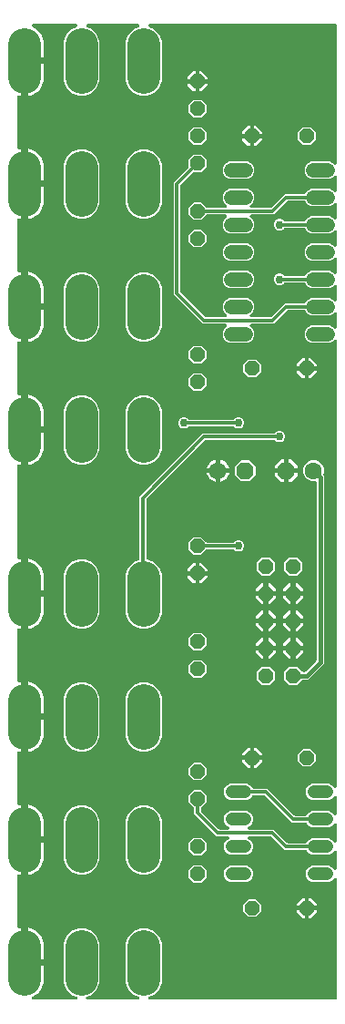
<source format=gbl>
G04 EAGLE Gerber RS-274X export*
G75*
%MOMM*%
%FSLAX34Y34*%
%LPD*%
%INBottom Copper*%
%IPPOS*%
%AMOC8*
5,1,8,0,0,1.08239X$1,22.5*%
G01*
%ADD10P,1.429621X8X22.500000*%
%ADD11P,1.429621X8X202.500000*%
%ADD12P,1.732040X8X22.500000*%
%ADD13C,1.600200*%
%ADD14P,1.732040X8X202.500000*%
%ADD15C,3.048000*%
%ADD16C,1.320800*%
%ADD17C,1.208000*%
%ADD18P,1.539592X8X112.500000*%
%ADD19P,1.429621X8X112.500000*%
%ADD20P,1.429621X8X292.500000*%
%ADD21C,0.304800*%
%ADD22C,0.756400*%
%ADD23C,0.406400*%

G36*
X64573Y10166D02*
X64573Y10166D01*
X64623Y10164D01*
X64746Y10186D01*
X64869Y10201D01*
X64916Y10218D01*
X64966Y10227D01*
X65080Y10276D01*
X65197Y10318D01*
X65239Y10345D01*
X65286Y10365D01*
X65385Y10440D01*
X65490Y10507D01*
X65525Y10543D01*
X65565Y10573D01*
X65646Y10668D01*
X65732Y10758D01*
X65758Y10801D01*
X65790Y10839D01*
X65847Y10950D01*
X65911Y11057D01*
X65926Y11105D01*
X65949Y11150D01*
X65979Y11270D01*
X66017Y11389D01*
X66021Y11439D01*
X66033Y11488D01*
X66035Y11612D01*
X66045Y11736D01*
X66038Y11786D01*
X66038Y11836D01*
X66012Y11958D01*
X65993Y12081D01*
X65975Y12128D01*
X65964Y12177D01*
X65911Y12289D01*
X65865Y12405D01*
X65836Y12446D01*
X65814Y12492D01*
X65737Y12589D01*
X65666Y12691D01*
X65628Y12725D01*
X65597Y12764D01*
X65499Y12841D01*
X65407Y12924D01*
X65363Y12949D01*
X65323Y12980D01*
X65106Y13091D01*
X60503Y14998D01*
X55788Y19713D01*
X53235Y25875D01*
X53235Y63025D01*
X55788Y69187D01*
X60503Y73902D01*
X66665Y76455D01*
X73335Y76455D01*
X79497Y73902D01*
X84212Y69187D01*
X86765Y63025D01*
X86765Y25875D01*
X84212Y19713D01*
X79497Y14998D01*
X74894Y13091D01*
X74850Y13067D01*
X74803Y13050D01*
X74698Y12982D01*
X74590Y12922D01*
X74552Y12888D01*
X74510Y12861D01*
X74424Y12771D01*
X74332Y12688D01*
X74303Y12646D01*
X74268Y12610D01*
X74204Y12503D01*
X74133Y12401D01*
X74115Y12354D01*
X74089Y12311D01*
X74051Y12193D01*
X74006Y12077D01*
X73998Y12027D01*
X73983Y11979D01*
X73973Y11855D01*
X73955Y11732D01*
X73959Y11682D01*
X73955Y11632D01*
X73973Y11509D01*
X73984Y11385D01*
X73999Y11337D01*
X74007Y11287D01*
X74052Y11172D01*
X74091Y11053D01*
X74117Y11010D01*
X74135Y10963D01*
X74206Y10861D01*
X74270Y10755D01*
X74306Y10718D01*
X74334Y10677D01*
X74426Y10594D01*
X74513Y10505D01*
X74556Y10477D01*
X74593Y10444D01*
X74702Y10384D01*
X74807Y10316D01*
X74854Y10299D01*
X74898Y10275D01*
X75018Y10241D01*
X75135Y10200D01*
X75185Y10194D01*
X75233Y10180D01*
X75477Y10161D01*
X122523Y10161D01*
X122573Y10166D01*
X122623Y10164D01*
X122746Y10186D01*
X122869Y10201D01*
X122916Y10218D01*
X122966Y10227D01*
X123080Y10276D01*
X123197Y10318D01*
X123239Y10345D01*
X123286Y10365D01*
X123385Y10440D01*
X123490Y10507D01*
X123525Y10543D01*
X123565Y10573D01*
X123646Y10668D01*
X123732Y10758D01*
X123758Y10801D01*
X123790Y10839D01*
X123847Y10950D01*
X123911Y11057D01*
X123926Y11105D01*
X123949Y11150D01*
X123979Y11270D01*
X124017Y11389D01*
X124021Y11439D01*
X124033Y11488D01*
X124035Y11612D01*
X124045Y11736D01*
X124038Y11786D01*
X124038Y11836D01*
X124012Y11958D01*
X123993Y12081D01*
X123975Y12128D01*
X123964Y12177D01*
X123911Y12289D01*
X123865Y12405D01*
X123836Y12446D01*
X123814Y12492D01*
X123737Y12589D01*
X123666Y12691D01*
X123628Y12725D01*
X123597Y12764D01*
X123499Y12841D01*
X123407Y12924D01*
X123363Y12949D01*
X123323Y12980D01*
X123106Y13091D01*
X118503Y14998D01*
X113788Y19713D01*
X111235Y25875D01*
X111235Y63025D01*
X113788Y69187D01*
X118503Y73902D01*
X124665Y76455D01*
X131335Y76455D01*
X137497Y73902D01*
X142212Y69187D01*
X144765Y63025D01*
X144765Y25875D01*
X142212Y19713D01*
X137497Y14998D01*
X132894Y13091D01*
X132850Y13067D01*
X132803Y13050D01*
X132698Y12982D01*
X132590Y12922D01*
X132552Y12888D01*
X132510Y12861D01*
X132424Y12771D01*
X132332Y12688D01*
X132303Y12646D01*
X132268Y12610D01*
X132204Y12503D01*
X132133Y12401D01*
X132115Y12354D01*
X132089Y12311D01*
X132051Y12193D01*
X132006Y12077D01*
X131998Y12027D01*
X131983Y11979D01*
X131973Y11855D01*
X131955Y11732D01*
X131959Y11682D01*
X131955Y11632D01*
X131973Y11509D01*
X131984Y11385D01*
X131999Y11337D01*
X132007Y11287D01*
X132052Y11172D01*
X132091Y11053D01*
X132117Y11010D01*
X132135Y10963D01*
X132206Y10861D01*
X132270Y10755D01*
X132306Y10718D01*
X132334Y10677D01*
X132426Y10594D01*
X132513Y10505D01*
X132556Y10477D01*
X132593Y10444D01*
X132702Y10384D01*
X132807Y10316D01*
X132854Y10299D01*
X132898Y10275D01*
X133018Y10241D01*
X133135Y10200D01*
X133185Y10194D01*
X133233Y10180D01*
X133477Y10161D01*
X305816Y10161D01*
X305842Y10164D01*
X305868Y10162D01*
X306015Y10184D01*
X306162Y10201D01*
X306187Y10209D01*
X306213Y10213D01*
X306351Y10268D01*
X306490Y10318D01*
X306512Y10332D01*
X306537Y10342D01*
X306658Y10427D01*
X306783Y10507D01*
X306801Y10526D01*
X306823Y10541D01*
X306922Y10651D01*
X307025Y10758D01*
X307039Y10780D01*
X307056Y10800D01*
X307128Y10930D01*
X307204Y11057D01*
X307212Y11082D01*
X307225Y11105D01*
X307265Y11248D01*
X307310Y11389D01*
X307312Y11415D01*
X307320Y11440D01*
X307339Y11684D01*
X307339Y121824D01*
X307328Y121924D01*
X307326Y122024D01*
X307308Y122096D01*
X307299Y122170D01*
X307266Y122264D01*
X307241Y122362D01*
X307207Y122428D01*
X307182Y122498D01*
X307127Y122582D01*
X307081Y122672D01*
X307033Y122728D01*
X306993Y122791D01*
X306921Y122861D01*
X306856Y122937D01*
X306796Y122981D01*
X306742Y123033D01*
X306656Y123085D01*
X306575Y123144D01*
X306507Y123174D01*
X306443Y123212D01*
X306347Y123242D01*
X306255Y123282D01*
X306182Y123295D01*
X306111Y123318D01*
X306011Y123326D01*
X305912Y123344D01*
X305838Y123340D01*
X305764Y123346D01*
X305664Y123331D01*
X305564Y123326D01*
X305493Y123305D01*
X305419Y123294D01*
X305326Y123257D01*
X305229Y123229D01*
X305164Y123193D01*
X305095Y123166D01*
X305013Y123108D01*
X304925Y123059D01*
X304849Y122994D01*
X304809Y122967D01*
X304785Y122940D01*
X304739Y122901D01*
X302425Y120587D01*
X299645Y119435D01*
X284555Y119435D01*
X281775Y120587D01*
X279647Y122715D01*
X278495Y125495D01*
X278495Y128505D01*
X279647Y131285D01*
X281775Y133413D01*
X284555Y134565D01*
X299645Y134565D01*
X302425Y133413D01*
X304739Y131099D01*
X304817Y131037D01*
X304890Y130967D01*
X304954Y130929D01*
X305012Y130883D01*
X305103Y130840D01*
X305189Y130788D01*
X305260Y130765D01*
X305327Y130734D01*
X305425Y130713D01*
X305521Y130682D01*
X305595Y130676D01*
X305668Y130660D01*
X305768Y130662D01*
X305868Y130654D01*
X305942Y130665D01*
X306016Y130666D01*
X306113Y130691D01*
X306213Y130706D01*
X306282Y130733D01*
X306354Y130751D01*
X306443Y130797D01*
X306537Y130834D01*
X306598Y130877D01*
X306664Y130911D01*
X306740Y130976D01*
X306823Y131033D01*
X306873Y131088D01*
X306929Y131137D01*
X306989Y131218D01*
X307056Y131292D01*
X307092Y131357D01*
X307137Y131417D01*
X307176Y131509D01*
X307225Y131597D01*
X307245Y131669D01*
X307275Y131737D01*
X307292Y131836D01*
X307320Y131933D01*
X307328Y132033D01*
X307336Y132080D01*
X307334Y132116D01*
X307339Y132176D01*
X307339Y147224D01*
X307328Y147324D01*
X307326Y147424D01*
X307308Y147496D01*
X307299Y147570D01*
X307266Y147664D01*
X307241Y147762D01*
X307207Y147828D01*
X307182Y147898D01*
X307127Y147982D01*
X307081Y148072D01*
X307033Y148128D01*
X306993Y148191D01*
X306921Y148261D01*
X306856Y148337D01*
X306796Y148381D01*
X306742Y148433D01*
X306656Y148485D01*
X306575Y148544D01*
X306507Y148574D01*
X306443Y148612D01*
X306347Y148642D01*
X306255Y148682D01*
X306182Y148695D01*
X306111Y148718D01*
X306011Y148726D01*
X305912Y148744D01*
X305838Y148740D01*
X305764Y148746D01*
X305664Y148731D01*
X305564Y148726D01*
X305493Y148705D01*
X305419Y148694D01*
X305326Y148657D01*
X305229Y148629D01*
X305164Y148593D01*
X305095Y148566D01*
X305013Y148508D01*
X304925Y148459D01*
X304849Y148394D01*
X304809Y148367D01*
X304785Y148340D01*
X304739Y148301D01*
X302425Y145987D01*
X299645Y144835D01*
X284555Y144835D01*
X281775Y145987D01*
X279647Y148115D01*
X279524Y148411D01*
X279487Y148478D01*
X279459Y148549D01*
X279403Y148630D01*
X279355Y148715D01*
X279304Y148772D01*
X279260Y148835D01*
X279187Y148901D01*
X279121Y148974D01*
X279058Y149017D01*
X279001Y149068D01*
X278915Y149116D01*
X278834Y149172D01*
X278763Y149200D01*
X278696Y149237D01*
X278602Y149264D01*
X278510Y149300D01*
X278434Y149311D01*
X278361Y149332D01*
X278212Y149344D01*
X278165Y149351D01*
X278146Y149349D01*
X278117Y149351D01*
X259087Y149351D01*
X246833Y161605D01*
X246734Y161684D01*
X246640Y161768D01*
X246598Y161792D01*
X246560Y161822D01*
X246446Y161876D01*
X246335Y161937D01*
X246289Y161950D01*
X246245Y161971D01*
X246122Y161997D01*
X246000Y162032D01*
X245939Y162037D01*
X245904Y162044D01*
X245856Y162043D01*
X245756Y162051D01*
X226065Y162051D01*
X226015Y162046D01*
X225965Y162048D01*
X225843Y162026D01*
X225719Y162011D01*
X225672Y161994D01*
X225622Y161985D01*
X225508Y161936D01*
X225391Y161894D01*
X225349Y161867D01*
X225302Y161847D01*
X225203Y161772D01*
X225098Y161705D01*
X225063Y161669D01*
X225023Y161639D01*
X224942Y161544D01*
X224856Y161454D01*
X224830Y161411D01*
X224798Y161373D01*
X224741Y161262D01*
X224677Y161155D01*
X224662Y161107D01*
X224639Y161062D01*
X224609Y160942D01*
X224571Y160823D01*
X224567Y160773D01*
X224555Y160724D01*
X224553Y160600D01*
X224543Y160476D01*
X224550Y160426D01*
X224550Y160376D01*
X224576Y160254D01*
X224595Y160131D01*
X224613Y160084D01*
X224624Y160035D01*
X224677Y159923D01*
X224723Y159807D01*
X224752Y159766D01*
X224774Y159720D01*
X224851Y159623D01*
X224922Y159521D01*
X224960Y159487D01*
X224991Y159448D01*
X225089Y159371D01*
X225181Y159288D01*
X225225Y159263D01*
X225265Y159232D01*
X225482Y159121D01*
X226225Y158813D01*
X228353Y156685D01*
X229505Y153905D01*
X229505Y150895D01*
X228353Y148115D01*
X226225Y145987D01*
X223445Y144835D01*
X208355Y144835D01*
X205575Y145987D01*
X203447Y148115D01*
X202295Y150895D01*
X202295Y153905D01*
X203447Y156685D01*
X205575Y158813D01*
X206318Y159121D01*
X206362Y159145D01*
X206409Y159162D01*
X206513Y159230D01*
X206622Y159290D01*
X206660Y159324D01*
X206702Y159351D01*
X206788Y159441D01*
X206880Y159524D01*
X206909Y159565D01*
X206944Y159602D01*
X207008Y159709D01*
X207079Y159811D01*
X207097Y159858D01*
X207123Y159901D01*
X207161Y160019D01*
X207206Y160135D01*
X207214Y160185D01*
X207229Y160233D01*
X207239Y160357D01*
X207257Y160480D01*
X207253Y160530D01*
X207257Y160580D01*
X207239Y160703D01*
X207228Y160827D01*
X207213Y160875D01*
X207205Y160925D01*
X207159Y161041D01*
X207121Y161159D01*
X207095Y161202D01*
X207077Y161249D01*
X207006Y161351D01*
X206942Y161457D01*
X206906Y161494D01*
X206878Y161535D01*
X206786Y161618D01*
X206699Y161707D01*
X206656Y161735D01*
X206619Y161768D01*
X206510Y161828D01*
X206405Y161896D01*
X206358Y161913D01*
X206314Y161937D01*
X206194Y161971D01*
X206077Y162012D01*
X206027Y162018D01*
X205979Y162032D01*
X205735Y162051D01*
X195587Y162051D01*
X174751Y182887D01*
X174751Y187772D01*
X174737Y187898D01*
X174730Y188024D01*
X174717Y188070D01*
X174711Y188118D01*
X174669Y188237D01*
X174634Y188359D01*
X174610Y188401D01*
X174594Y188446D01*
X174525Y188553D01*
X174464Y188663D01*
X174424Y188709D01*
X174405Y188739D01*
X174370Y188773D01*
X174305Y188849D01*
X169671Y193483D01*
X169671Y200217D01*
X174433Y204979D01*
X181167Y204979D01*
X185929Y200217D01*
X185929Y193483D01*
X181295Y188849D01*
X181216Y188750D01*
X181132Y188656D01*
X181108Y188614D01*
X181078Y188576D01*
X181024Y188462D01*
X180963Y188351D01*
X180950Y188305D01*
X180929Y188261D01*
X180903Y188138D01*
X180868Y188016D01*
X180863Y187955D01*
X180856Y187920D01*
X180857Y187872D01*
X180849Y187772D01*
X180849Y186044D01*
X180863Y185918D01*
X180870Y185792D01*
X180883Y185746D01*
X180889Y185698D01*
X180931Y185579D01*
X180966Y185457D01*
X180990Y185415D01*
X181006Y185369D01*
X181075Y185263D01*
X181136Y185153D01*
X181176Y185107D01*
X181195Y185077D01*
X181230Y185043D01*
X181295Y184967D01*
X197667Y168595D01*
X197766Y168516D01*
X197860Y168432D01*
X197902Y168408D01*
X197940Y168378D01*
X198054Y168324D01*
X198165Y168263D01*
X198211Y168250D01*
X198255Y168229D01*
X198378Y168203D01*
X198500Y168168D01*
X198561Y168163D01*
X198596Y168156D01*
X198644Y168157D01*
X198744Y168149D01*
X205735Y168149D01*
X205785Y168154D01*
X205835Y168152D01*
X205957Y168174D01*
X206081Y168189D01*
X206128Y168206D01*
X206178Y168215D01*
X206292Y168264D01*
X206409Y168306D01*
X206451Y168333D01*
X206498Y168353D01*
X206597Y168428D01*
X206702Y168495D01*
X206737Y168531D01*
X206777Y168561D01*
X206858Y168656D01*
X206944Y168746D01*
X206970Y168789D01*
X207002Y168827D01*
X207059Y168938D01*
X207123Y169045D01*
X207138Y169093D01*
X207161Y169138D01*
X207191Y169258D01*
X207229Y169377D01*
X207233Y169427D01*
X207245Y169476D01*
X207247Y169600D01*
X207257Y169724D01*
X207250Y169774D01*
X207250Y169824D01*
X207224Y169946D01*
X207205Y170069D01*
X207187Y170116D01*
X207176Y170165D01*
X207123Y170277D01*
X207077Y170393D01*
X207048Y170434D01*
X207026Y170480D01*
X206949Y170577D01*
X206878Y170679D01*
X206840Y170713D01*
X206809Y170752D01*
X206711Y170829D01*
X206619Y170912D01*
X206575Y170937D01*
X206535Y170968D01*
X206318Y171079D01*
X205575Y171387D01*
X203447Y173515D01*
X202295Y176295D01*
X202295Y179305D01*
X203447Y182085D01*
X205575Y184213D01*
X208355Y185365D01*
X223445Y185365D01*
X226225Y184213D01*
X228353Y182085D01*
X229505Y179305D01*
X229505Y176295D01*
X228353Y173515D01*
X226225Y171387D01*
X225482Y171079D01*
X225438Y171055D01*
X225391Y171038D01*
X225287Y170970D01*
X225178Y170910D01*
X225140Y170876D01*
X225098Y170849D01*
X225012Y170759D01*
X224920Y170676D01*
X224891Y170635D01*
X224856Y170598D01*
X224792Y170491D01*
X224721Y170389D01*
X224703Y170342D01*
X224677Y170299D01*
X224639Y170181D01*
X224594Y170065D01*
X224586Y170015D01*
X224571Y169967D01*
X224561Y169843D01*
X224543Y169720D01*
X224547Y169670D01*
X224543Y169620D01*
X224561Y169497D01*
X224572Y169373D01*
X224587Y169325D01*
X224595Y169275D01*
X224641Y169159D01*
X224679Y169041D01*
X224705Y168998D01*
X224723Y168951D01*
X224794Y168849D01*
X224858Y168743D01*
X224894Y168706D01*
X224922Y168665D01*
X225014Y168582D01*
X225101Y168493D01*
X225144Y168465D01*
X225181Y168432D01*
X225290Y168372D01*
X225395Y168304D01*
X225442Y168287D01*
X225486Y168263D01*
X225606Y168229D01*
X225723Y168188D01*
X225773Y168182D01*
X225821Y168168D01*
X226065Y168149D01*
X248913Y168149D01*
X261167Y155895D01*
X261266Y155816D01*
X261360Y155732D01*
X261402Y155708D01*
X261440Y155678D01*
X261554Y155624D01*
X261665Y155563D01*
X261711Y155550D01*
X261755Y155529D01*
X261878Y155503D01*
X262000Y155468D01*
X262061Y155463D01*
X262096Y155456D01*
X262144Y155457D01*
X262244Y155449D01*
X278117Y155449D01*
X278193Y155457D01*
X278269Y155456D01*
X278366Y155477D01*
X278463Y155489D01*
X278535Y155514D01*
X278610Y155531D01*
X278699Y155573D01*
X278791Y155606D01*
X278856Y155648D01*
X278925Y155680D01*
X279001Y155742D01*
X279084Y155795D01*
X279137Y155850D01*
X279197Y155898D01*
X279258Y155975D01*
X279326Y156046D01*
X279366Y156111D01*
X279413Y156171D01*
X279481Y156304D01*
X279505Y156345D01*
X279511Y156363D01*
X279524Y156389D01*
X279647Y156685D01*
X281775Y158813D01*
X284555Y159965D01*
X299645Y159965D01*
X302425Y158813D01*
X304739Y156499D01*
X304817Y156437D01*
X304890Y156367D01*
X304954Y156329D01*
X305012Y156283D01*
X305103Y156240D01*
X305189Y156188D01*
X305260Y156165D01*
X305327Y156134D01*
X305425Y156113D01*
X305521Y156082D01*
X305595Y156076D01*
X305668Y156060D01*
X305768Y156062D01*
X305868Y156054D01*
X305942Y156065D01*
X306016Y156066D01*
X306113Y156091D01*
X306213Y156106D01*
X306282Y156133D01*
X306354Y156151D01*
X306443Y156197D01*
X306537Y156234D01*
X306598Y156277D01*
X306664Y156311D01*
X306740Y156376D01*
X306823Y156433D01*
X306873Y156488D01*
X306929Y156537D01*
X306989Y156618D01*
X307056Y156692D01*
X307092Y156757D01*
X307137Y156817D01*
X307176Y156909D01*
X307225Y156997D01*
X307245Y157069D01*
X307275Y157137D01*
X307292Y157236D01*
X307320Y157333D01*
X307328Y157433D01*
X307336Y157480D01*
X307334Y157516D01*
X307339Y157576D01*
X307339Y172624D01*
X307328Y172724D01*
X307326Y172824D01*
X307308Y172896D01*
X307299Y172970D01*
X307266Y173064D01*
X307241Y173162D01*
X307207Y173228D01*
X307182Y173298D01*
X307127Y173382D01*
X307081Y173472D01*
X307033Y173528D01*
X306993Y173591D01*
X306921Y173661D01*
X306856Y173737D01*
X306796Y173781D01*
X306742Y173833D01*
X306656Y173885D01*
X306575Y173944D01*
X306507Y173974D01*
X306443Y174012D01*
X306347Y174042D01*
X306255Y174082D01*
X306182Y174095D01*
X306111Y174118D01*
X306011Y174126D01*
X305912Y174144D01*
X305838Y174140D01*
X305764Y174146D01*
X305664Y174131D01*
X305564Y174126D01*
X305493Y174105D01*
X305419Y174094D01*
X305326Y174057D01*
X305229Y174029D01*
X305164Y173993D01*
X305095Y173966D01*
X305013Y173908D01*
X304925Y173859D01*
X304849Y173794D01*
X304809Y173767D01*
X304785Y173740D01*
X304739Y173701D01*
X302425Y171387D01*
X299645Y170235D01*
X284555Y170235D01*
X281775Y171387D01*
X279647Y173515D01*
X279524Y173811D01*
X279487Y173878D01*
X279459Y173949D01*
X279403Y174029D01*
X279355Y174116D01*
X279304Y174172D01*
X279260Y174235D01*
X279187Y174301D01*
X279121Y174374D01*
X279058Y174417D01*
X279001Y174468D01*
X278915Y174516D01*
X278834Y174572D01*
X278763Y174600D01*
X278696Y174637D01*
X278601Y174664D01*
X278510Y174700D01*
X278434Y174711D01*
X278361Y174732D01*
X278212Y174744D01*
X278165Y174751D01*
X278146Y174749D01*
X278117Y174751D01*
X265437Y174751D01*
X240483Y199705D01*
X240384Y199784D01*
X240290Y199868D01*
X240248Y199892D01*
X240210Y199922D01*
X240096Y199976D01*
X239985Y200037D01*
X239939Y200050D01*
X239895Y200071D01*
X239772Y200097D01*
X239650Y200132D01*
X239589Y200137D01*
X239554Y200144D01*
X239506Y200143D01*
X239406Y200151D01*
X229883Y200151D01*
X229807Y200143D01*
X229731Y200144D01*
X229634Y200123D01*
X229537Y200111D01*
X229465Y200086D01*
X229390Y200069D01*
X229301Y200027D01*
X229209Y199994D01*
X229144Y199952D01*
X229075Y199920D01*
X228999Y199858D01*
X228916Y199805D01*
X228863Y199750D01*
X228803Y199702D01*
X228742Y199625D01*
X228674Y199554D01*
X228634Y199489D01*
X228587Y199429D01*
X228519Y199295D01*
X228495Y199255D01*
X228489Y199237D01*
X228476Y199211D01*
X228353Y198915D01*
X226225Y196787D01*
X223445Y195635D01*
X208355Y195635D01*
X205575Y196787D01*
X203447Y198915D01*
X202295Y201695D01*
X202295Y204705D01*
X203447Y207485D01*
X205575Y209613D01*
X208355Y210765D01*
X223445Y210765D01*
X226225Y209613D01*
X228353Y207485D01*
X228476Y207189D01*
X228513Y207122D01*
X228541Y207051D01*
X228597Y206971D01*
X228645Y206884D01*
X228696Y206828D01*
X228740Y206765D01*
X228813Y206699D01*
X228879Y206626D01*
X228942Y206583D01*
X228999Y206532D01*
X229085Y206484D01*
X229166Y206428D01*
X229237Y206400D01*
X229304Y206363D01*
X229399Y206336D01*
X229490Y206300D01*
X229566Y206289D01*
X229639Y206268D01*
X229788Y206256D01*
X229835Y206249D01*
X229854Y206251D01*
X229883Y206249D01*
X242563Y206249D01*
X267517Y181295D01*
X267616Y181216D01*
X267710Y181132D01*
X267752Y181108D01*
X267790Y181078D01*
X267904Y181024D01*
X268015Y180963D01*
X268061Y180950D01*
X268105Y180929D01*
X268228Y180903D01*
X268350Y180868D01*
X268411Y180863D01*
X268446Y180856D01*
X268494Y180857D01*
X268594Y180849D01*
X278117Y180849D01*
X278193Y180857D01*
X278269Y180856D01*
X278366Y180877D01*
X278463Y180889D01*
X278535Y180914D01*
X278610Y180931D01*
X278699Y180973D01*
X278791Y181006D01*
X278856Y181048D01*
X278925Y181080D01*
X279001Y181142D01*
X279084Y181195D01*
X279137Y181250D01*
X279197Y181298D01*
X279258Y181375D01*
X279326Y181446D01*
X279366Y181511D01*
X279413Y181571D01*
X279481Y181705D01*
X279505Y181745D01*
X279511Y181763D01*
X279524Y181789D01*
X279647Y182085D01*
X281775Y184213D01*
X284555Y185365D01*
X299645Y185365D01*
X302425Y184213D01*
X304739Y181899D01*
X304817Y181837D01*
X304890Y181767D01*
X304954Y181729D01*
X305012Y181683D01*
X305103Y181640D01*
X305189Y181588D01*
X305260Y181565D01*
X305327Y181534D01*
X305425Y181513D01*
X305521Y181482D01*
X305595Y181476D01*
X305668Y181460D01*
X305768Y181462D01*
X305868Y181454D01*
X305942Y181465D01*
X306016Y181466D01*
X306113Y181491D01*
X306213Y181506D01*
X306282Y181533D01*
X306354Y181551D01*
X306443Y181597D01*
X306537Y181634D01*
X306598Y181677D01*
X306664Y181711D01*
X306740Y181776D01*
X306823Y181833D01*
X306873Y181888D01*
X306929Y181937D01*
X306989Y182018D01*
X307056Y182092D01*
X307092Y182157D01*
X307137Y182217D01*
X307176Y182309D01*
X307225Y182397D01*
X307245Y182469D01*
X307275Y182537D01*
X307292Y182636D01*
X307320Y182733D01*
X307328Y182833D01*
X307336Y182880D01*
X307334Y182916D01*
X307339Y182976D01*
X307339Y198024D01*
X307328Y198124D01*
X307326Y198224D01*
X307308Y198296D01*
X307299Y198370D01*
X307266Y198464D01*
X307241Y198562D01*
X307207Y198628D01*
X307182Y198698D01*
X307127Y198782D01*
X307081Y198872D01*
X307033Y198928D01*
X306993Y198991D01*
X306921Y199061D01*
X306856Y199137D01*
X306796Y199181D01*
X306742Y199233D01*
X306656Y199285D01*
X306575Y199344D01*
X306507Y199374D01*
X306443Y199412D01*
X306347Y199442D01*
X306255Y199482D01*
X306182Y199495D01*
X306111Y199518D01*
X306011Y199526D01*
X305912Y199544D01*
X305838Y199540D01*
X305764Y199546D01*
X305664Y199531D01*
X305564Y199526D01*
X305493Y199505D01*
X305419Y199494D01*
X305326Y199457D01*
X305229Y199429D01*
X305164Y199393D01*
X305095Y199366D01*
X305013Y199308D01*
X304925Y199259D01*
X304849Y199194D01*
X304809Y199167D01*
X304785Y199140D01*
X304739Y199101D01*
X302425Y196787D01*
X299645Y195635D01*
X284555Y195635D01*
X281775Y196787D01*
X279647Y198915D01*
X278495Y201695D01*
X278495Y204705D01*
X279647Y207485D01*
X281775Y209613D01*
X284555Y210765D01*
X299645Y210765D01*
X302425Y209613D01*
X304739Y207299D01*
X304817Y207237D01*
X304890Y207167D01*
X304954Y207129D01*
X305012Y207083D01*
X305103Y207040D01*
X305189Y206988D01*
X305260Y206965D01*
X305327Y206934D01*
X305425Y206913D01*
X305521Y206882D01*
X305595Y206876D01*
X305668Y206860D01*
X305768Y206862D01*
X305868Y206854D01*
X305942Y206865D01*
X306016Y206866D01*
X306113Y206891D01*
X306213Y206906D01*
X306282Y206933D01*
X306354Y206951D01*
X306443Y206997D01*
X306537Y207034D01*
X306598Y207077D01*
X306664Y207111D01*
X306740Y207176D01*
X306823Y207233D01*
X306873Y207288D01*
X306929Y207337D01*
X306989Y207418D01*
X307056Y207492D01*
X307092Y207557D01*
X307137Y207617D01*
X307176Y207709D01*
X307225Y207797D01*
X307245Y207869D01*
X307275Y207937D01*
X307292Y208036D01*
X307320Y208133D01*
X307328Y208233D01*
X307336Y208280D01*
X307334Y208316D01*
X307339Y208376D01*
X307339Y622112D01*
X307328Y622212D01*
X307326Y622312D01*
X307308Y622384D01*
X307299Y622458D01*
X307266Y622553D01*
X307241Y622650D01*
X307207Y622716D01*
X307182Y622786D01*
X307127Y622871D01*
X307081Y622960D01*
X307033Y623017D01*
X306993Y623079D01*
X306921Y623149D01*
X306856Y623225D01*
X306796Y623270D01*
X306742Y623321D01*
X306656Y623373D01*
X306575Y623433D01*
X306507Y623462D01*
X306443Y623500D01*
X306347Y623531D01*
X306255Y623571D01*
X306182Y623584D01*
X306111Y623606D01*
X306011Y623615D01*
X305912Y623632D01*
X305838Y623628D01*
X305764Y623634D01*
X305664Y623620D01*
X305564Y623614D01*
X305493Y623594D01*
X305419Y623583D01*
X305326Y623546D01*
X305229Y623518D01*
X305164Y623481D01*
X305095Y623454D01*
X305013Y623397D01*
X304925Y623348D01*
X304849Y623282D01*
X304809Y623255D01*
X304785Y623229D01*
X304739Y623189D01*
X303309Y621759D01*
X300321Y620521D01*
X283879Y620521D01*
X280891Y621759D01*
X278605Y624045D01*
X277367Y627033D01*
X277367Y630267D01*
X278605Y633255D01*
X280891Y635541D01*
X283879Y636779D01*
X300321Y636779D01*
X303309Y635541D01*
X304739Y634111D01*
X304818Y634048D01*
X304890Y633979D01*
X304954Y633940D01*
X305012Y633894D01*
X305103Y633851D01*
X305189Y633800D01*
X305260Y633777D01*
X305327Y633745D01*
X305425Y633724D01*
X305521Y633694D01*
X305595Y633688D01*
X305668Y633672D01*
X305768Y633674D01*
X305868Y633666D01*
X305942Y633677D01*
X306016Y633678D01*
X306113Y633702D01*
X306213Y633717D01*
X306282Y633745D01*
X306354Y633763D01*
X306443Y633809D01*
X306537Y633846D01*
X306598Y633888D01*
X306664Y633923D01*
X306740Y633988D01*
X306823Y634045D01*
X306873Y634100D01*
X306929Y634148D01*
X306989Y634229D01*
X307056Y634304D01*
X307092Y634369D01*
X307137Y634429D01*
X307176Y634521D01*
X307225Y634609D01*
X307245Y634680D01*
X307275Y634749D01*
X307292Y634847D01*
X307320Y634944D01*
X307328Y635044D01*
X307336Y635092D01*
X307334Y635127D01*
X307339Y635188D01*
X307339Y647512D01*
X307328Y647612D01*
X307326Y647712D01*
X307308Y647784D01*
X307299Y647858D01*
X307266Y647953D01*
X307241Y648050D01*
X307207Y648116D01*
X307182Y648186D01*
X307127Y648271D01*
X307081Y648360D01*
X307033Y648417D01*
X306993Y648479D01*
X306921Y648549D01*
X306856Y648625D01*
X306796Y648670D01*
X306742Y648721D01*
X306656Y648773D01*
X306575Y648833D01*
X306507Y648862D01*
X306443Y648900D01*
X306347Y648931D01*
X306255Y648971D01*
X306182Y648984D01*
X306111Y649006D01*
X306011Y649015D01*
X305912Y649032D01*
X305838Y649028D01*
X305764Y649034D01*
X305664Y649020D01*
X305564Y649014D01*
X305493Y648994D01*
X305419Y648983D01*
X305326Y648946D01*
X305229Y648918D01*
X305164Y648881D01*
X305095Y648854D01*
X305013Y648797D01*
X304925Y648748D01*
X304849Y648682D01*
X304809Y648655D01*
X304785Y648629D01*
X304739Y648589D01*
X303309Y647159D01*
X300321Y645921D01*
X283879Y645921D01*
X280891Y647159D01*
X278605Y649445D01*
X278350Y650061D01*
X278313Y650128D01*
X278284Y650199D01*
X278228Y650279D01*
X278181Y650366D01*
X278129Y650422D01*
X278086Y650485D01*
X278013Y650551D01*
X277946Y650624D01*
X277883Y650667D01*
X277827Y650718D01*
X277741Y650766D01*
X277660Y650822D01*
X277589Y650850D01*
X277522Y650887D01*
X277427Y650914D01*
X277335Y650950D01*
X277260Y650961D01*
X277186Y650982D01*
X277037Y650994D01*
X276991Y651001D01*
X276972Y650999D01*
X276943Y651001D01*
X262244Y651001D01*
X262118Y650987D01*
X261992Y650980D01*
X261946Y650967D01*
X261898Y650961D01*
X261779Y650919D01*
X261657Y650884D01*
X261615Y650860D01*
X261569Y650844D01*
X261463Y650775D01*
X261353Y650714D01*
X261307Y650674D01*
X261277Y650655D01*
X261243Y650620D01*
X261167Y650555D01*
X248913Y638301D01*
X228026Y638301D01*
X227926Y638290D01*
X227826Y638288D01*
X227754Y638270D01*
X227680Y638261D01*
X227585Y638228D01*
X227488Y638203D01*
X227422Y638169D01*
X227352Y638144D01*
X227267Y638089D01*
X227178Y638043D01*
X227121Y637995D01*
X227059Y637955D01*
X226989Y637883D01*
X226913Y637818D01*
X226868Y637758D01*
X226817Y637704D01*
X226765Y637618D01*
X226705Y637537D01*
X226676Y637469D01*
X226638Y637405D01*
X226607Y637309D01*
X226567Y637217D01*
X226554Y637144D01*
X226532Y637073D01*
X226523Y636973D01*
X226506Y636874D01*
X226510Y636800D01*
X226504Y636726D01*
X226518Y636626D01*
X226524Y636526D01*
X226544Y636455D01*
X226555Y636381D01*
X226592Y636288D01*
X226620Y636191D01*
X226657Y636126D01*
X226684Y636057D01*
X226741Y635975D01*
X226790Y635887D01*
X226855Y635811D01*
X226883Y635771D01*
X226909Y635747D01*
X226949Y635701D01*
X229395Y633255D01*
X230633Y630267D01*
X230633Y627033D01*
X229395Y624045D01*
X227109Y621759D01*
X224121Y620521D01*
X207679Y620521D01*
X204691Y621759D01*
X202405Y624045D01*
X201167Y627033D01*
X201167Y630267D01*
X202405Y633255D01*
X204851Y635701D01*
X204914Y635779D01*
X204983Y635852D01*
X205022Y635916D01*
X205068Y635974D01*
X205111Y636065D01*
X205162Y636151D01*
X205185Y636222D01*
X205217Y636289D01*
X205238Y636387D01*
X205268Y636483D01*
X205274Y636557D01*
X205290Y636630D01*
X205288Y636730D01*
X205296Y636830D01*
X205285Y636904D01*
X205284Y636978D01*
X205260Y637075D01*
X205245Y637175D01*
X205217Y637244D01*
X205199Y637316D01*
X205153Y637405D01*
X205116Y637499D01*
X205074Y637560D01*
X205039Y637626D01*
X204974Y637702D01*
X204917Y637785D01*
X204862Y637835D01*
X204814Y637891D01*
X204733Y637951D01*
X204658Y638018D01*
X204593Y638054D01*
X204533Y638099D01*
X204441Y638138D01*
X204353Y638187D01*
X204282Y638207D01*
X204213Y638237D01*
X204115Y638254D01*
X204018Y638282D01*
X203918Y638290D01*
X203870Y638298D01*
X203835Y638296D01*
X203774Y638301D01*
X182887Y638301D01*
X155701Y665487D01*
X155701Y769613D01*
X169225Y783137D01*
X169304Y783236D01*
X169388Y783330D01*
X169412Y783372D01*
X169442Y783410D01*
X169496Y783524D01*
X169557Y783635D01*
X169570Y783681D01*
X169591Y783725D01*
X169617Y783848D01*
X169652Y783970D01*
X169657Y784031D01*
X169664Y784066D01*
X169663Y784114D01*
X169671Y784214D01*
X169671Y790767D01*
X174433Y795529D01*
X181167Y795529D01*
X185929Y790767D01*
X185929Y784033D01*
X181167Y779271D01*
X174614Y779271D01*
X174488Y779257D01*
X174362Y779250D01*
X174316Y779237D01*
X174268Y779231D01*
X174149Y779189D01*
X174027Y779154D01*
X173985Y779130D01*
X173939Y779114D01*
X173833Y779045D01*
X173723Y778984D01*
X173677Y778944D01*
X173647Y778925D01*
X173613Y778890D01*
X173537Y778825D01*
X162245Y767533D01*
X162166Y767434D01*
X162082Y767340D01*
X162058Y767298D01*
X162028Y767260D01*
X161974Y767146D01*
X161913Y767035D01*
X161900Y766989D01*
X161879Y766945D01*
X161853Y766822D01*
X161818Y766700D01*
X161813Y766639D01*
X161806Y766604D01*
X161807Y766556D01*
X161799Y766456D01*
X161799Y668644D01*
X161813Y668518D01*
X161820Y668392D01*
X161833Y668346D01*
X161839Y668298D01*
X161881Y668179D01*
X161916Y668057D01*
X161940Y668015D01*
X161956Y667969D01*
X162025Y667863D01*
X162086Y667753D01*
X162126Y667707D01*
X162145Y667677D01*
X162180Y667643D01*
X162245Y667567D01*
X184967Y644845D01*
X185066Y644766D01*
X185160Y644682D01*
X185202Y644658D01*
X185240Y644628D01*
X185354Y644574D01*
X185465Y644513D01*
X185511Y644500D01*
X185555Y644479D01*
X185678Y644453D01*
X185800Y644418D01*
X185861Y644413D01*
X185896Y644406D01*
X185944Y644407D01*
X186044Y644399D01*
X203774Y644399D01*
X203874Y644410D01*
X203974Y644412D01*
X204046Y644430D01*
X204120Y644439D01*
X204215Y644472D01*
X204312Y644497D01*
X204378Y644531D01*
X204448Y644556D01*
X204533Y644611D01*
X204622Y644657D01*
X204679Y644705D01*
X204741Y644745D01*
X204811Y644817D01*
X204887Y644882D01*
X204932Y644942D01*
X204983Y644996D01*
X205035Y645082D01*
X205095Y645163D01*
X205124Y645231D01*
X205162Y645295D01*
X205193Y645391D01*
X205233Y645483D01*
X205246Y645556D01*
X205268Y645627D01*
X205277Y645727D01*
X205294Y645826D01*
X205290Y645900D01*
X205296Y645974D01*
X205282Y646074D01*
X205276Y646174D01*
X205256Y646245D01*
X205245Y646319D01*
X205208Y646412D01*
X205180Y646509D01*
X205143Y646574D01*
X205116Y646643D01*
X205059Y646725D01*
X205010Y646813D01*
X204945Y646889D01*
X204917Y646929D01*
X204891Y646953D01*
X204851Y646999D01*
X202405Y649445D01*
X201167Y652433D01*
X201167Y655667D01*
X202405Y658655D01*
X204691Y660941D01*
X207679Y662179D01*
X224121Y662179D01*
X227109Y660941D01*
X229395Y658655D01*
X230633Y655667D01*
X230633Y652433D01*
X229395Y649445D01*
X226949Y646999D01*
X226886Y646921D01*
X226817Y646848D01*
X226778Y646784D01*
X226732Y646726D01*
X226689Y646635D01*
X226638Y646549D01*
X226615Y646478D01*
X226583Y646411D01*
X226562Y646313D01*
X226532Y646217D01*
X226526Y646143D01*
X226510Y646070D01*
X226512Y645970D01*
X226504Y645870D01*
X226515Y645796D01*
X226516Y645722D01*
X226540Y645625D01*
X226555Y645525D01*
X226583Y645456D01*
X226601Y645384D01*
X226647Y645295D01*
X226684Y645201D01*
X226726Y645140D01*
X226761Y645074D01*
X226826Y644998D01*
X226883Y644915D01*
X226938Y644865D01*
X226986Y644809D01*
X227067Y644749D01*
X227142Y644682D01*
X227207Y644646D01*
X227267Y644601D01*
X227359Y644562D01*
X227447Y644513D01*
X227518Y644493D01*
X227587Y644463D01*
X227685Y644446D01*
X227782Y644418D01*
X227882Y644410D01*
X227930Y644402D01*
X227965Y644404D01*
X228026Y644399D01*
X245756Y644399D01*
X245882Y644413D01*
X246008Y644420D01*
X246054Y644433D01*
X246102Y644439D01*
X246221Y644481D01*
X246343Y644516D01*
X246385Y644540D01*
X246431Y644556D01*
X246537Y644625D01*
X246647Y644686D01*
X246693Y644726D01*
X246723Y644745D01*
X246757Y644780D01*
X246833Y644845D01*
X259087Y657099D01*
X276943Y657099D01*
X277018Y657107D01*
X277095Y657106D01*
X277191Y657127D01*
X277289Y657139D01*
X277361Y657164D01*
X277435Y657181D01*
X277524Y657223D01*
X277617Y657256D01*
X277681Y657298D01*
X277750Y657330D01*
X277827Y657392D01*
X277910Y657445D01*
X277963Y657500D01*
X278023Y657548D01*
X278083Y657625D01*
X278152Y657696D01*
X278191Y657761D01*
X278238Y657821D01*
X278307Y657955D01*
X278331Y657995D01*
X278336Y658013D01*
X278350Y658039D01*
X278605Y658655D01*
X280891Y660941D01*
X283879Y662179D01*
X300321Y662179D01*
X303309Y660941D01*
X304739Y659511D01*
X304818Y659448D01*
X304890Y659379D01*
X304913Y659365D01*
X304931Y659348D01*
X304973Y659325D01*
X305012Y659294D01*
X305103Y659251D01*
X305189Y659200D01*
X305215Y659191D01*
X305236Y659180D01*
X305281Y659167D01*
X305327Y659145D01*
X305425Y659124D01*
X305521Y659094D01*
X305549Y659091D01*
X305572Y659085D01*
X305629Y659080D01*
X305668Y659072D01*
X305721Y659073D01*
X305815Y659065D01*
X305816Y659065D01*
X305839Y659068D01*
X305868Y659066D01*
X305942Y659077D01*
X306016Y659078D01*
X306092Y659097D01*
X306162Y659105D01*
X306184Y659113D01*
X306213Y659117D01*
X306282Y659145D01*
X306354Y659163D01*
X306424Y659199D01*
X306490Y659223D01*
X306510Y659235D01*
X306537Y659246D01*
X306598Y659288D01*
X306664Y659323D01*
X306723Y659373D01*
X306783Y659412D01*
X306800Y659429D01*
X306823Y659445D01*
X306873Y659500D01*
X306929Y659548D01*
X306975Y659611D01*
X307025Y659662D01*
X307038Y659683D01*
X307056Y659704D01*
X307092Y659769D01*
X307137Y659829D01*
X307167Y659899D01*
X307204Y659961D01*
X307212Y659985D01*
X307225Y660009D01*
X307245Y660080D01*
X307275Y660149D01*
X307288Y660223D01*
X307310Y660293D01*
X307312Y660319D01*
X307320Y660344D01*
X307328Y660444D01*
X307336Y660492D01*
X307334Y660527D01*
X307339Y660588D01*
X307339Y672912D01*
X307328Y673012D01*
X307326Y673112D01*
X307308Y673184D01*
X307299Y673258D01*
X307266Y673353D01*
X307241Y673450D01*
X307207Y673516D01*
X307182Y673586D01*
X307128Y673671D01*
X307081Y673760D01*
X307033Y673817D01*
X306993Y673879D01*
X306921Y673949D01*
X306856Y674025D01*
X306796Y674070D01*
X306742Y674121D01*
X306656Y674173D01*
X306575Y674233D01*
X306507Y674262D01*
X306443Y674300D01*
X306347Y674331D01*
X306255Y674371D01*
X306182Y674384D01*
X306111Y674406D01*
X306011Y674415D01*
X305912Y674432D01*
X305838Y674428D01*
X305764Y674434D01*
X305664Y674420D01*
X305564Y674414D01*
X305493Y674394D01*
X305419Y674383D01*
X305326Y674346D01*
X305229Y674318D01*
X305164Y674281D01*
X305095Y674254D01*
X305013Y674197D01*
X304925Y674148D01*
X304849Y674082D01*
X304809Y674055D01*
X304785Y674029D01*
X304739Y673989D01*
X303309Y672559D01*
X300321Y671321D01*
X283879Y671321D01*
X280891Y672559D01*
X278605Y674845D01*
X278350Y675461D01*
X278313Y675528D01*
X278284Y675599D01*
X278228Y675679D01*
X278181Y675766D01*
X278129Y675822D01*
X278086Y675885D01*
X278013Y675951D01*
X277946Y676024D01*
X277883Y676067D01*
X277827Y676118D01*
X277741Y676166D01*
X277660Y676222D01*
X277589Y676250D01*
X277522Y676287D01*
X277427Y676314D01*
X277335Y676350D01*
X277260Y676361D01*
X277186Y676382D01*
X277037Y676394D01*
X276991Y676401D01*
X276972Y676399D01*
X276943Y676401D01*
X259087Y676401D01*
X258961Y676387D01*
X258835Y676380D01*
X258789Y676367D01*
X258741Y676361D01*
X258622Y676319D01*
X258500Y676284D01*
X258458Y676260D01*
X258413Y676244D01*
X258306Y676175D01*
X258196Y676114D01*
X258150Y676074D01*
X258120Y676055D01*
X258086Y676020D01*
X258010Y675955D01*
X257006Y674951D01*
X255056Y674143D01*
X252944Y674143D01*
X250994Y674951D01*
X249501Y676444D01*
X248693Y678394D01*
X248693Y680506D01*
X249501Y682456D01*
X250994Y683949D01*
X252944Y684757D01*
X255056Y684757D01*
X257006Y683949D01*
X258010Y682945D01*
X258109Y682866D01*
X258203Y682782D01*
X258245Y682758D01*
X258283Y682728D01*
X258397Y682674D01*
X258508Y682613D01*
X258554Y682600D01*
X258598Y682579D01*
X258721Y682553D01*
X258843Y682518D01*
X258904Y682513D01*
X258939Y682506D01*
X258987Y682507D01*
X259087Y682499D01*
X276943Y682499D01*
X277018Y682507D01*
X277095Y682506D01*
X277191Y682527D01*
X277289Y682539D01*
X277361Y682564D01*
X277435Y682581D01*
X277524Y682623D01*
X277617Y682656D01*
X277681Y682698D01*
X277750Y682730D01*
X277827Y682792D01*
X277910Y682845D01*
X277963Y682900D01*
X278023Y682948D01*
X278083Y683025D01*
X278152Y683096D01*
X278191Y683161D01*
X278238Y683221D01*
X278307Y683355D01*
X278331Y683395D01*
X278336Y683413D01*
X278350Y683439D01*
X278605Y684055D01*
X280891Y686341D01*
X283879Y687579D01*
X300321Y687579D01*
X303309Y686341D01*
X304739Y684911D01*
X304818Y684848D01*
X304890Y684779D01*
X304954Y684740D01*
X305012Y684694D01*
X305103Y684651D01*
X305189Y684600D01*
X305260Y684577D01*
X305327Y684545D01*
X305425Y684524D01*
X305521Y684494D01*
X305595Y684488D01*
X305668Y684472D01*
X305768Y684474D01*
X305868Y684466D01*
X305942Y684477D01*
X306016Y684478D01*
X306113Y684502D01*
X306213Y684517D01*
X306282Y684545D01*
X306354Y684563D01*
X306443Y684609D01*
X306537Y684646D01*
X306598Y684688D01*
X306664Y684723D01*
X306740Y684788D01*
X306823Y684845D01*
X306873Y684900D01*
X306929Y684948D01*
X306989Y685029D01*
X307056Y685104D01*
X307092Y685169D01*
X307137Y685229D01*
X307176Y685321D01*
X307225Y685409D01*
X307245Y685480D01*
X307275Y685549D01*
X307292Y685647D01*
X307320Y685744D01*
X307328Y685844D01*
X307336Y685892D01*
X307334Y685927D01*
X307339Y685988D01*
X307339Y698312D01*
X307328Y698412D01*
X307326Y698512D01*
X307308Y698584D01*
X307299Y698658D01*
X307266Y698753D01*
X307241Y698850D01*
X307207Y698916D01*
X307182Y698986D01*
X307127Y699071D01*
X307081Y699160D01*
X307033Y699217D01*
X306993Y699279D01*
X306921Y699349D01*
X306856Y699425D01*
X306796Y699470D01*
X306742Y699521D01*
X306656Y699573D01*
X306575Y699633D01*
X306507Y699662D01*
X306443Y699700D01*
X306347Y699731D01*
X306255Y699771D01*
X306182Y699784D01*
X306111Y699806D01*
X306011Y699815D01*
X305912Y699832D01*
X305838Y699828D01*
X305764Y699834D01*
X305664Y699820D01*
X305564Y699814D01*
X305493Y699794D01*
X305419Y699783D01*
X305326Y699746D01*
X305229Y699718D01*
X305164Y699681D01*
X305095Y699654D01*
X305013Y699597D01*
X304925Y699548D01*
X304849Y699482D01*
X304809Y699455D01*
X304785Y699429D01*
X304739Y699389D01*
X303309Y697959D01*
X300321Y696721D01*
X283879Y696721D01*
X280891Y697959D01*
X278605Y700245D01*
X277367Y703233D01*
X277367Y706467D01*
X278605Y709455D01*
X280891Y711741D01*
X283879Y712979D01*
X300321Y712979D01*
X303309Y711741D01*
X304739Y710311D01*
X304818Y710248D01*
X304890Y710179D01*
X304954Y710140D01*
X305012Y710094D01*
X305103Y710051D01*
X305189Y710000D01*
X305260Y709977D01*
X305327Y709945D01*
X305425Y709924D01*
X305521Y709894D01*
X305595Y709888D01*
X305668Y709872D01*
X305768Y709874D01*
X305868Y709866D01*
X305942Y709877D01*
X306016Y709878D01*
X306113Y709902D01*
X306213Y709917D01*
X306282Y709945D01*
X306354Y709963D01*
X306443Y710009D01*
X306537Y710046D01*
X306598Y710088D01*
X306664Y710123D01*
X306740Y710188D01*
X306823Y710245D01*
X306873Y710300D01*
X306929Y710348D01*
X306989Y710429D01*
X307056Y710504D01*
X307092Y710569D01*
X307137Y710629D01*
X307176Y710721D01*
X307225Y710809D01*
X307245Y710880D01*
X307275Y710949D01*
X307292Y711047D01*
X307320Y711144D01*
X307328Y711244D01*
X307336Y711292D01*
X307334Y711327D01*
X307339Y711388D01*
X307339Y723712D01*
X307328Y723812D01*
X307326Y723912D01*
X307308Y723984D01*
X307299Y724058D01*
X307266Y724153D01*
X307241Y724250D01*
X307207Y724316D01*
X307182Y724386D01*
X307127Y724471D01*
X307081Y724560D01*
X307033Y724617D01*
X306993Y724679D01*
X306921Y724749D01*
X306856Y724825D01*
X306796Y724870D01*
X306742Y724921D01*
X306656Y724973D01*
X306575Y725033D01*
X306507Y725062D01*
X306443Y725100D01*
X306347Y725131D01*
X306255Y725171D01*
X306182Y725184D01*
X306111Y725206D01*
X306011Y725215D01*
X305912Y725232D01*
X305838Y725228D01*
X305764Y725234D01*
X305664Y725220D01*
X305564Y725214D01*
X305493Y725194D01*
X305419Y725183D01*
X305326Y725146D01*
X305229Y725118D01*
X305164Y725081D01*
X305095Y725054D01*
X305013Y724997D01*
X304925Y724948D01*
X304849Y724882D01*
X304809Y724855D01*
X304785Y724829D01*
X304739Y724789D01*
X303309Y723359D01*
X300321Y722121D01*
X283879Y722121D01*
X280891Y723359D01*
X278605Y725645D01*
X278350Y726261D01*
X278313Y726328D01*
X278284Y726399D01*
X278228Y726479D01*
X278181Y726566D01*
X278129Y726622D01*
X278086Y726685D01*
X278013Y726751D01*
X277946Y726824D01*
X277883Y726867D01*
X277827Y726918D01*
X277741Y726966D01*
X277660Y727022D01*
X277589Y727050D01*
X277522Y727087D01*
X277427Y727114D01*
X277335Y727150D01*
X277260Y727161D01*
X277186Y727182D01*
X277037Y727194D01*
X276991Y727201D01*
X276972Y727199D01*
X276943Y727201D01*
X259087Y727201D01*
X258961Y727187D01*
X258835Y727180D01*
X258789Y727167D01*
X258741Y727161D01*
X258622Y727119D01*
X258500Y727084D01*
X258458Y727060D01*
X258413Y727044D01*
X258306Y726975D01*
X258196Y726914D01*
X258150Y726874D01*
X258120Y726855D01*
X258086Y726820D01*
X258010Y726755D01*
X257006Y725751D01*
X255056Y724943D01*
X252944Y724943D01*
X250994Y725751D01*
X249501Y727244D01*
X248693Y729194D01*
X248693Y731306D01*
X249501Y733256D01*
X250994Y734749D01*
X252944Y735557D01*
X255056Y735557D01*
X257006Y734749D01*
X258010Y733745D01*
X258109Y733666D01*
X258203Y733582D01*
X258245Y733558D01*
X258283Y733528D01*
X258397Y733474D01*
X258508Y733413D01*
X258554Y733400D01*
X258598Y733379D01*
X258721Y733353D01*
X258843Y733318D01*
X258904Y733313D01*
X258939Y733306D01*
X258987Y733307D01*
X259087Y733299D01*
X276943Y733299D01*
X277018Y733307D01*
X277095Y733306D01*
X277191Y733327D01*
X277289Y733339D01*
X277361Y733364D01*
X277435Y733381D01*
X277524Y733423D01*
X277617Y733456D01*
X277681Y733498D01*
X277750Y733530D01*
X277827Y733592D01*
X277910Y733645D01*
X277963Y733700D01*
X278023Y733748D01*
X278083Y733825D01*
X278152Y733896D01*
X278191Y733961D01*
X278238Y734021D01*
X278307Y734155D01*
X278331Y734195D01*
X278336Y734213D01*
X278350Y734239D01*
X278605Y734855D01*
X280891Y737141D01*
X283879Y738379D01*
X300321Y738379D01*
X303309Y737141D01*
X304739Y735711D01*
X304818Y735648D01*
X304890Y735579D01*
X304954Y735540D01*
X305012Y735494D01*
X305103Y735451D01*
X305189Y735400D01*
X305260Y735377D01*
X305327Y735345D01*
X305425Y735324D01*
X305521Y735294D01*
X305595Y735288D01*
X305668Y735272D01*
X305768Y735274D01*
X305868Y735266D01*
X305942Y735277D01*
X306016Y735278D01*
X306113Y735302D01*
X306213Y735317D01*
X306282Y735345D01*
X306354Y735363D01*
X306443Y735409D01*
X306537Y735446D01*
X306598Y735488D01*
X306664Y735523D01*
X306740Y735588D01*
X306823Y735645D01*
X306873Y735700D01*
X306929Y735748D01*
X306989Y735829D01*
X307056Y735904D01*
X307092Y735969D01*
X307137Y736029D01*
X307176Y736121D01*
X307225Y736209D01*
X307245Y736280D01*
X307275Y736349D01*
X307292Y736447D01*
X307320Y736544D01*
X307328Y736644D01*
X307336Y736692D01*
X307334Y736727D01*
X307339Y736788D01*
X307339Y749112D01*
X307328Y749212D01*
X307326Y749312D01*
X307308Y749384D01*
X307299Y749458D01*
X307266Y749553D01*
X307241Y749650D01*
X307207Y749716D01*
X307182Y749786D01*
X307127Y749871D01*
X307081Y749960D01*
X307033Y750017D01*
X306993Y750079D01*
X306921Y750149D01*
X306856Y750225D01*
X306796Y750270D01*
X306742Y750321D01*
X306656Y750373D01*
X306575Y750433D01*
X306507Y750462D01*
X306443Y750500D01*
X306347Y750531D01*
X306255Y750571D01*
X306182Y750584D01*
X306111Y750606D01*
X306011Y750615D01*
X305912Y750632D01*
X305838Y750628D01*
X305764Y750634D01*
X305664Y750620D01*
X305564Y750614D01*
X305493Y750594D01*
X305419Y750583D01*
X305326Y750546D01*
X305229Y750518D01*
X305164Y750481D01*
X305095Y750454D01*
X305013Y750397D01*
X304925Y750348D01*
X304849Y750282D01*
X304809Y750255D01*
X304785Y750229D01*
X304739Y750189D01*
X303309Y748759D01*
X300321Y747521D01*
X283879Y747521D01*
X280891Y748759D01*
X278605Y751045D01*
X278350Y751661D01*
X278313Y751728D01*
X278284Y751799D01*
X278228Y751879D01*
X278181Y751966D01*
X278129Y752022D01*
X278086Y752085D01*
X278013Y752151D01*
X277946Y752224D01*
X277883Y752267D01*
X277827Y752318D01*
X277741Y752366D01*
X277660Y752422D01*
X277589Y752450D01*
X277522Y752487D01*
X277427Y752514D01*
X277335Y752550D01*
X277260Y752561D01*
X277186Y752582D01*
X277037Y752594D01*
X276991Y752601D01*
X276972Y752599D01*
X276943Y752601D01*
X262244Y752601D01*
X262118Y752587D01*
X261992Y752580D01*
X261946Y752567D01*
X261898Y752561D01*
X261779Y752519D01*
X261657Y752484D01*
X261615Y752460D01*
X261569Y752444D01*
X261463Y752375D01*
X261353Y752314D01*
X261307Y752274D01*
X261277Y752255D01*
X261243Y752220D01*
X261167Y752155D01*
X248913Y739901D01*
X228026Y739901D01*
X227926Y739890D01*
X227826Y739888D01*
X227754Y739870D01*
X227680Y739861D01*
X227585Y739828D01*
X227488Y739803D01*
X227422Y739769D01*
X227352Y739744D01*
X227267Y739689D01*
X227178Y739643D01*
X227121Y739595D01*
X227059Y739555D01*
X226989Y739483D01*
X226913Y739418D01*
X226868Y739358D01*
X226817Y739304D01*
X226765Y739218D01*
X226705Y739137D01*
X226676Y739069D01*
X226638Y739005D01*
X226607Y738909D01*
X226567Y738817D01*
X226554Y738744D01*
X226532Y738673D01*
X226523Y738573D01*
X226506Y738474D01*
X226510Y738400D01*
X226504Y738326D01*
X226518Y738226D01*
X226524Y738126D01*
X226544Y738055D01*
X226555Y737981D01*
X226592Y737888D01*
X226620Y737791D01*
X226657Y737726D01*
X226684Y737657D01*
X226741Y737575D01*
X226790Y737487D01*
X226855Y737411D01*
X226883Y737371D01*
X226909Y737347D01*
X226949Y737301D01*
X229395Y734855D01*
X230633Y731867D01*
X230633Y728633D01*
X229395Y725645D01*
X227109Y723359D01*
X224121Y722121D01*
X207679Y722121D01*
X204691Y723359D01*
X202405Y725645D01*
X201167Y728633D01*
X201167Y731867D01*
X202405Y734855D01*
X204851Y737301D01*
X204914Y737379D01*
X204983Y737452D01*
X205022Y737516D01*
X205068Y737574D01*
X205111Y737665D01*
X205162Y737751D01*
X205185Y737822D01*
X205217Y737889D01*
X205238Y737987D01*
X205268Y738083D01*
X205274Y738157D01*
X205290Y738230D01*
X205288Y738330D01*
X205296Y738430D01*
X205285Y738504D01*
X205284Y738578D01*
X205260Y738675D01*
X205245Y738775D01*
X205217Y738844D01*
X205199Y738916D01*
X205153Y739005D01*
X205116Y739099D01*
X205074Y739160D01*
X205039Y739226D01*
X204974Y739302D01*
X204917Y739385D01*
X204862Y739435D01*
X204814Y739491D01*
X204733Y739551D01*
X204658Y739618D01*
X204593Y739654D01*
X204533Y739699D01*
X204441Y739738D01*
X204353Y739787D01*
X204282Y739807D01*
X204213Y739837D01*
X204115Y739854D01*
X204018Y739882D01*
X203918Y739890D01*
X203870Y739898D01*
X203835Y739896D01*
X203774Y739901D01*
X186878Y739901D01*
X186752Y739887D01*
X186626Y739880D01*
X186580Y739867D01*
X186532Y739861D01*
X186413Y739819D01*
X186291Y739784D01*
X186249Y739760D01*
X186204Y739744D01*
X186097Y739675D01*
X185987Y739614D01*
X185941Y739574D01*
X185911Y739555D01*
X185877Y739520D01*
X185801Y739455D01*
X181167Y734821D01*
X174433Y734821D01*
X169671Y739583D01*
X169671Y746317D01*
X174433Y751079D01*
X181167Y751079D01*
X185801Y746445D01*
X185900Y746366D01*
X185994Y746282D01*
X186036Y746258D01*
X186074Y746228D01*
X186188Y746174D01*
X186299Y746113D01*
X186345Y746100D01*
X186389Y746079D01*
X186512Y746053D01*
X186634Y746018D01*
X186695Y746013D01*
X186730Y746006D01*
X186778Y746007D01*
X186878Y745999D01*
X203774Y745999D01*
X203874Y746010D01*
X203974Y746012D01*
X204046Y746030D01*
X204120Y746039D01*
X204215Y746072D01*
X204312Y746097D01*
X204378Y746131D01*
X204448Y746156D01*
X204533Y746211D01*
X204622Y746257D01*
X204679Y746305D01*
X204741Y746345D01*
X204811Y746417D01*
X204887Y746482D01*
X204932Y746542D01*
X204983Y746596D01*
X205035Y746682D01*
X205095Y746763D01*
X205124Y746831D01*
X205162Y746895D01*
X205193Y746991D01*
X205233Y747083D01*
X205246Y747156D01*
X205268Y747227D01*
X205277Y747327D01*
X205294Y747426D01*
X205290Y747500D01*
X205296Y747574D01*
X205282Y747674D01*
X205276Y747774D01*
X205256Y747845D01*
X205245Y747919D01*
X205208Y748012D01*
X205180Y748109D01*
X205143Y748174D01*
X205116Y748243D01*
X205059Y748325D01*
X205010Y748413D01*
X204945Y748489D01*
X204917Y748529D01*
X204891Y748553D01*
X204851Y748599D01*
X202405Y751045D01*
X201167Y754033D01*
X201167Y757267D01*
X202405Y760255D01*
X204691Y762541D01*
X207679Y763779D01*
X224121Y763779D01*
X227109Y762541D01*
X229395Y760255D01*
X230633Y757267D01*
X230633Y754033D01*
X229395Y751045D01*
X226949Y748599D01*
X226886Y748521D01*
X226817Y748448D01*
X226778Y748384D01*
X226732Y748326D01*
X226689Y748235D01*
X226638Y748149D01*
X226615Y748078D01*
X226583Y748011D01*
X226562Y747913D01*
X226532Y747817D01*
X226526Y747743D01*
X226510Y747670D01*
X226512Y747570D01*
X226504Y747470D01*
X226515Y747396D01*
X226516Y747322D01*
X226540Y747225D01*
X226555Y747125D01*
X226583Y747056D01*
X226601Y746984D01*
X226647Y746895D01*
X226684Y746801D01*
X226726Y746740D01*
X226761Y746674D01*
X226826Y746598D01*
X226883Y746515D01*
X226938Y746465D01*
X226986Y746409D01*
X227067Y746349D01*
X227142Y746282D01*
X227207Y746246D01*
X227267Y746201D01*
X227359Y746162D01*
X227447Y746113D01*
X227518Y746093D01*
X227587Y746063D01*
X227685Y746046D01*
X227782Y746018D01*
X227882Y746010D01*
X227930Y746002D01*
X227965Y746004D01*
X228026Y745999D01*
X245756Y745999D01*
X245882Y746013D01*
X246008Y746020D01*
X246054Y746033D01*
X246102Y746039D01*
X246221Y746081D01*
X246343Y746116D01*
X246385Y746140D01*
X246431Y746156D01*
X246537Y746225D01*
X246647Y746286D01*
X246693Y746326D01*
X246723Y746345D01*
X246757Y746380D01*
X246833Y746445D01*
X259087Y758699D01*
X276943Y758699D01*
X277018Y758707D01*
X277095Y758706D01*
X277191Y758727D01*
X277289Y758739D01*
X277361Y758764D01*
X277435Y758781D01*
X277524Y758823D01*
X277617Y758856D01*
X277681Y758898D01*
X277750Y758930D01*
X277827Y758992D01*
X277910Y759045D01*
X277963Y759100D01*
X278023Y759148D01*
X278083Y759225D01*
X278152Y759296D01*
X278191Y759361D01*
X278238Y759421D01*
X278307Y759555D01*
X278331Y759595D01*
X278336Y759613D01*
X278350Y759639D01*
X278605Y760255D01*
X280891Y762541D01*
X283879Y763779D01*
X300321Y763779D01*
X303309Y762541D01*
X304739Y761111D01*
X304818Y761048D01*
X304890Y760979D01*
X304954Y760940D01*
X305012Y760894D01*
X305103Y760851D01*
X305189Y760800D01*
X305260Y760777D01*
X305327Y760745D01*
X305425Y760724D01*
X305521Y760694D01*
X305595Y760688D01*
X305668Y760672D01*
X305768Y760674D01*
X305868Y760666D01*
X305942Y760677D01*
X306016Y760678D01*
X306113Y760702D01*
X306213Y760717D01*
X306282Y760745D01*
X306354Y760763D01*
X306443Y760809D01*
X306537Y760846D01*
X306598Y760888D01*
X306664Y760923D01*
X306740Y760988D01*
X306823Y761045D01*
X306873Y761100D01*
X306929Y761148D01*
X306989Y761229D01*
X307056Y761304D01*
X307092Y761369D01*
X307137Y761429D01*
X307176Y761521D01*
X307225Y761609D01*
X307245Y761680D01*
X307275Y761749D01*
X307292Y761847D01*
X307320Y761944D01*
X307328Y762044D01*
X307336Y762092D01*
X307334Y762127D01*
X307339Y762188D01*
X307339Y774512D01*
X307328Y774612D01*
X307326Y774712D01*
X307308Y774784D01*
X307299Y774858D01*
X307266Y774953D01*
X307241Y775050D01*
X307207Y775116D01*
X307182Y775186D01*
X307127Y775271D01*
X307081Y775360D01*
X307033Y775417D01*
X306993Y775479D01*
X306921Y775549D01*
X306856Y775625D01*
X306796Y775670D01*
X306742Y775721D01*
X306656Y775773D01*
X306575Y775833D01*
X306507Y775862D01*
X306443Y775900D01*
X306347Y775931D01*
X306255Y775971D01*
X306182Y775984D01*
X306111Y776006D01*
X306011Y776015D01*
X305912Y776032D01*
X305838Y776028D01*
X305764Y776034D01*
X305664Y776020D01*
X305564Y776014D01*
X305493Y775994D01*
X305419Y775983D01*
X305326Y775946D01*
X305229Y775918D01*
X305164Y775881D01*
X305095Y775854D01*
X305013Y775797D01*
X304925Y775748D01*
X304849Y775682D01*
X304809Y775655D01*
X304785Y775629D01*
X304739Y775589D01*
X303309Y774159D01*
X300321Y772921D01*
X283879Y772921D01*
X280891Y774159D01*
X278605Y776445D01*
X277367Y779433D01*
X277367Y782667D01*
X278605Y785655D01*
X280891Y787941D01*
X283879Y789179D01*
X300321Y789179D01*
X303309Y787941D01*
X304739Y786511D01*
X304818Y786448D01*
X304890Y786379D01*
X304954Y786340D01*
X305012Y786294D01*
X305103Y786251D01*
X305189Y786200D01*
X305260Y786177D01*
X305327Y786145D01*
X305425Y786124D01*
X305521Y786094D01*
X305595Y786088D01*
X305668Y786072D01*
X305768Y786074D01*
X305868Y786066D01*
X305942Y786077D01*
X306016Y786078D01*
X306113Y786102D01*
X306213Y786117D01*
X306282Y786145D01*
X306354Y786163D01*
X306443Y786209D01*
X306537Y786246D01*
X306598Y786288D01*
X306664Y786323D01*
X306740Y786388D01*
X306823Y786445D01*
X306873Y786500D01*
X306929Y786548D01*
X306989Y786629D01*
X307056Y786704D01*
X307092Y786769D01*
X307137Y786829D01*
X307176Y786921D01*
X307225Y787009D01*
X307245Y787080D01*
X307275Y787149D01*
X307292Y787247D01*
X307320Y787344D01*
X307328Y787444D01*
X307336Y787492D01*
X307334Y787527D01*
X307339Y787588D01*
X307339Y915412D01*
X307336Y915439D01*
X307338Y915465D01*
X307316Y915612D01*
X307299Y915759D01*
X307290Y915783D01*
X307287Y915810D01*
X307232Y915947D01*
X307182Y916087D01*
X307168Y916109D01*
X307158Y916133D01*
X307073Y916255D01*
X306993Y916379D01*
X306974Y916398D01*
X306959Y916420D01*
X306849Y916519D01*
X306742Y916622D01*
X306720Y916635D01*
X306700Y916653D01*
X306570Y916725D01*
X306443Y916800D01*
X306418Y916809D01*
X306395Y916821D01*
X306252Y916862D01*
X306111Y916907D01*
X306085Y916909D01*
X306059Y916916D01*
X305816Y916936D01*
X133617Y916881D01*
X133567Y916876D01*
X133517Y916878D01*
X133394Y916856D01*
X133270Y916841D01*
X133223Y916824D01*
X133174Y916815D01*
X133059Y916766D01*
X132942Y916724D01*
X132900Y916697D01*
X132854Y916677D01*
X132754Y916602D01*
X132650Y916535D01*
X132615Y916499D01*
X132574Y916469D01*
X132494Y916374D01*
X132407Y916284D01*
X132382Y916241D01*
X132349Y916203D01*
X132293Y916092D01*
X132229Y915985D01*
X132213Y915937D01*
X132191Y915892D01*
X132161Y915772D01*
X132123Y915653D01*
X132119Y915603D01*
X132106Y915554D01*
X132105Y915430D01*
X132095Y915305D01*
X132102Y915256D01*
X132101Y915206D01*
X132128Y915084D01*
X132146Y914961D01*
X132165Y914914D01*
X132176Y914865D01*
X132229Y914753D01*
X132275Y914637D01*
X132304Y914596D01*
X132325Y914551D01*
X132403Y914453D01*
X132474Y914351D01*
X132512Y914317D01*
X132543Y914278D01*
X132640Y914201D01*
X132733Y914117D01*
X132777Y914093D01*
X132816Y914062D01*
X133034Y913951D01*
X137497Y912102D01*
X142212Y907387D01*
X144765Y901225D01*
X144765Y864075D01*
X142212Y857913D01*
X137497Y853198D01*
X131335Y850645D01*
X124665Y850645D01*
X118503Y853198D01*
X113788Y857913D01*
X111235Y864075D01*
X111235Y901225D01*
X113788Y907387D01*
X118503Y912102D01*
X122957Y913947D01*
X123002Y913972D01*
X123049Y913989D01*
X123153Y914056D01*
X123262Y914117D01*
X123299Y914151D01*
X123342Y914178D01*
X123428Y914267D01*
X123520Y914351D01*
X123549Y914392D01*
X123584Y914429D01*
X123648Y914535D01*
X123718Y914637D01*
X123737Y914684D01*
X123763Y914728D01*
X123801Y914846D01*
X123846Y914962D01*
X123853Y915012D01*
X123869Y915060D01*
X123879Y915184D01*
X123897Y915306D01*
X123893Y915357D01*
X123897Y915407D01*
X123878Y915530D01*
X123868Y915654D01*
X123852Y915702D01*
X123845Y915752D01*
X123799Y915867D01*
X123761Y915985D01*
X123735Y916029D01*
X123716Y916076D01*
X123645Y916178D01*
X123581Y916284D01*
X123546Y916320D01*
X123517Y916362D01*
X123425Y916445D01*
X123338Y916534D01*
X123296Y916561D01*
X123258Y916595D01*
X123150Y916655D01*
X123045Y916722D01*
X122997Y916739D01*
X122953Y916764D01*
X122834Y916797D01*
X122717Y916839D01*
X122666Y916845D01*
X122618Y916858D01*
X122374Y916878D01*
X122370Y916878D01*
X75661Y916863D01*
X75611Y916857D01*
X75561Y916860D01*
X75438Y916837D01*
X75314Y916823D01*
X75267Y916806D01*
X75218Y916797D01*
X75104Y916748D01*
X74986Y916706D01*
X74944Y916678D01*
X74898Y916658D01*
X74798Y916584D01*
X74694Y916516D01*
X74659Y916480D01*
X74619Y916450D01*
X74538Y916355D01*
X74451Y916266D01*
X74426Y916223D01*
X74393Y916184D01*
X74337Y916074D01*
X74273Y915967D01*
X74257Y915919D01*
X74235Y915874D01*
X74205Y915754D01*
X74167Y915635D01*
X74163Y915585D01*
X74151Y915536D01*
X74149Y915411D01*
X74139Y915287D01*
X74146Y915238D01*
X74145Y915188D01*
X74172Y915066D01*
X74191Y914943D01*
X74209Y914896D01*
X74220Y914847D01*
X74273Y914735D01*
X74319Y914619D01*
X74348Y914578D01*
X74370Y914532D01*
X74447Y914435D01*
X74518Y914333D01*
X74556Y914299D01*
X74587Y914260D01*
X74685Y914183D01*
X74777Y914099D01*
X74821Y914075D01*
X74860Y914044D01*
X75078Y913933D01*
X79497Y912102D01*
X84212Y907387D01*
X86765Y901225D01*
X86765Y864075D01*
X84212Y857913D01*
X79497Y853198D01*
X73335Y850645D01*
X66665Y850645D01*
X60503Y853198D01*
X55788Y857913D01*
X53235Y864075D01*
X53235Y901225D01*
X55788Y907387D01*
X60503Y912102D01*
X64913Y913929D01*
X64957Y913954D01*
X65005Y913971D01*
X65109Y914038D01*
X65218Y914098D01*
X65255Y914132D01*
X65298Y914160D01*
X65384Y914249D01*
X65476Y914332D01*
X65505Y914374D01*
X65540Y914410D01*
X65604Y914517D01*
X65674Y914619D01*
X65693Y914666D01*
X65719Y914710D01*
X65757Y914828D01*
X65802Y914943D01*
X65809Y914993D01*
X65825Y915042D01*
X65835Y915165D01*
X65853Y915288D01*
X65849Y915339D01*
X65853Y915389D01*
X65834Y915512D01*
X65824Y915635D01*
X65808Y915684D01*
X65801Y915734D01*
X65755Y915849D01*
X65717Y915967D01*
X65691Y916011D01*
X65672Y916057D01*
X65601Y916159D01*
X65537Y916266D01*
X65502Y916302D01*
X65473Y916344D01*
X65381Y916427D01*
X65294Y916516D01*
X65252Y916543D01*
X65214Y916577D01*
X65105Y916637D01*
X65001Y916704D01*
X64953Y916721D01*
X64909Y916745D01*
X64790Y916779D01*
X64673Y916821D01*
X64622Y916826D01*
X64574Y916840D01*
X64330Y916860D01*
X64326Y916860D01*
X25354Y916847D01*
X25304Y916842D01*
X25254Y916844D01*
X25131Y916822D01*
X25008Y916807D01*
X24960Y916790D01*
X24911Y916781D01*
X24797Y916732D01*
X24679Y916690D01*
X24637Y916662D01*
X24591Y916642D01*
X24491Y916568D01*
X24387Y916501D01*
X24352Y916465D01*
X24312Y916435D01*
X24231Y916339D01*
X24145Y916250D01*
X24119Y916207D01*
X24086Y916168D01*
X24030Y916058D01*
X23966Y915951D01*
X23951Y915903D01*
X23928Y915858D01*
X23898Y915738D01*
X23860Y915619D01*
X23856Y915569D01*
X23844Y915520D01*
X23842Y915396D01*
X23832Y915271D01*
X23839Y915222D01*
X23839Y915172D01*
X23865Y915050D01*
X23884Y914927D01*
X23902Y914880D01*
X23913Y914831D01*
X23966Y914719D01*
X24013Y914603D01*
X24041Y914562D01*
X24063Y914516D01*
X24141Y914419D01*
X24212Y914317D01*
X24249Y914283D01*
X24280Y914244D01*
X24378Y914167D01*
X24470Y914083D01*
X24514Y914059D01*
X24554Y914028D01*
X24771Y913917D01*
X24881Y913871D01*
X26900Y912706D01*
X28749Y911287D01*
X30397Y909639D01*
X31816Y907790D01*
X32981Y905771D01*
X33873Y903618D01*
X34477Y901366D01*
X34781Y899055D01*
X34781Y885697D01*
X18524Y885697D01*
X18498Y885694D01*
X18472Y885696D01*
X18325Y885674D01*
X18178Y885657D01*
X18153Y885649D01*
X18127Y885645D01*
X17989Y885590D01*
X17850Y885540D01*
X17828Y885526D01*
X17803Y885516D01*
X17682Y885431D01*
X17557Y885351D01*
X17539Y885332D01*
X17517Y885317D01*
X17418Y885207D01*
X17315Y885100D01*
X17301Y885078D01*
X17284Y885058D01*
X17212Y884928D01*
X17136Y884801D01*
X17128Y884776D01*
X17115Y884753D01*
X17075Y884610D01*
X17030Y884469D01*
X17028Y884443D01*
X17021Y884418D01*
X17001Y884174D01*
X17001Y882649D01*
X15476Y882649D01*
X15450Y882646D01*
X15424Y882648D01*
X15277Y882626D01*
X15130Y882609D01*
X15105Y882600D01*
X15079Y882597D01*
X14941Y882542D01*
X14802Y882492D01*
X14780Y882477D01*
X14755Y882468D01*
X14634Y882383D01*
X14509Y882303D01*
X14491Y882284D01*
X14469Y882269D01*
X14370Y882159D01*
X14267Y882052D01*
X14253Y882030D01*
X14236Y882010D01*
X14164Y881880D01*
X14088Y881753D01*
X14080Y881728D01*
X14067Y881705D01*
X14027Y881562D01*
X13982Y881421D01*
X13980Y881395D01*
X13972Y881370D01*
X13953Y881126D01*
X13953Y849877D01*
X13524Y849933D01*
X12078Y850321D01*
X12028Y850328D01*
X11979Y850344D01*
X11856Y850354D01*
X11734Y850372D01*
X11683Y850368D01*
X11632Y850372D01*
X11509Y850353D01*
X11386Y850343D01*
X11338Y850328D01*
X11287Y850320D01*
X11172Y850274D01*
X11054Y850237D01*
X11011Y850210D01*
X10963Y850191D01*
X10862Y850121D01*
X10756Y850057D01*
X10719Y850022D01*
X10677Y849992D01*
X10594Y849901D01*
X10505Y849815D01*
X10478Y849772D01*
X10444Y849734D01*
X10384Y849625D01*
X10317Y849521D01*
X10300Y849473D01*
X10275Y849429D01*
X10242Y849310D01*
X10200Y849193D01*
X10194Y849142D01*
X10180Y849093D01*
X10161Y848849D01*
X10161Y802151D01*
X10167Y802100D01*
X10164Y802049D01*
X10186Y801927D01*
X10201Y801804D01*
X10218Y801756D01*
X10227Y801706D01*
X10276Y801593D01*
X10318Y801476D01*
X10346Y801433D01*
X10366Y801387D01*
X10440Y801287D01*
X10507Y801183D01*
X10544Y801148D01*
X10574Y801107D01*
X10669Y801027D01*
X10758Y800941D01*
X10802Y800915D01*
X10841Y800882D01*
X10951Y800826D01*
X11057Y800762D01*
X11105Y800747D01*
X11151Y800724D01*
X11271Y800694D01*
X11389Y800656D01*
X11440Y800652D01*
X11489Y800640D01*
X11613Y800638D01*
X11736Y800628D01*
X11787Y800636D01*
X11838Y800635D01*
X12078Y800679D01*
X13524Y801067D01*
X13953Y801123D01*
X13953Y769874D01*
X13956Y769848D01*
X13954Y769822D01*
X13976Y769675D01*
X13993Y769528D01*
X14001Y769503D01*
X14005Y769477D01*
X14060Y769339D01*
X14110Y769200D01*
X14124Y769178D01*
X14134Y769153D01*
X14219Y769032D01*
X14299Y768907D01*
X14318Y768889D01*
X14333Y768867D01*
X14443Y768768D01*
X14550Y768665D01*
X14572Y768651D01*
X14592Y768634D01*
X14722Y768562D01*
X14849Y768486D01*
X14874Y768478D01*
X14897Y768465D01*
X15040Y768425D01*
X15181Y768380D01*
X15207Y768378D01*
X15232Y768371D01*
X15476Y768351D01*
X17001Y768351D01*
X17001Y768349D01*
X15476Y768349D01*
X15450Y768346D01*
X15424Y768348D01*
X15277Y768326D01*
X15130Y768309D01*
X15105Y768300D01*
X15079Y768297D01*
X14941Y768242D01*
X14802Y768192D01*
X14780Y768177D01*
X14755Y768168D01*
X14634Y768083D01*
X14509Y768003D01*
X14491Y767984D01*
X14469Y767969D01*
X14370Y767859D01*
X14267Y767752D01*
X14253Y767730D01*
X14236Y767710D01*
X14164Y767580D01*
X14088Y767453D01*
X14080Y767428D01*
X14067Y767405D01*
X14027Y767262D01*
X13982Y767121D01*
X13980Y767095D01*
X13972Y767070D01*
X13953Y766826D01*
X13953Y735577D01*
X13524Y735633D01*
X12078Y736021D01*
X12028Y736028D01*
X11979Y736044D01*
X11856Y736054D01*
X11734Y736072D01*
X11683Y736068D01*
X11632Y736072D01*
X11509Y736053D01*
X11386Y736043D01*
X11338Y736028D01*
X11287Y736020D01*
X11172Y735974D01*
X11054Y735937D01*
X11011Y735910D01*
X10963Y735891D01*
X10862Y735821D01*
X10756Y735757D01*
X10719Y735722D01*
X10677Y735692D01*
X10594Y735601D01*
X10505Y735515D01*
X10478Y735472D01*
X10444Y735434D01*
X10384Y735325D01*
X10317Y735221D01*
X10300Y735173D01*
X10275Y735129D01*
X10242Y735010D01*
X10200Y734893D01*
X10194Y734842D01*
X10180Y734793D01*
X10161Y734549D01*
X10161Y687851D01*
X10167Y687800D01*
X10164Y687749D01*
X10186Y687627D01*
X10201Y687504D01*
X10218Y687456D01*
X10227Y687406D01*
X10276Y687293D01*
X10318Y687176D01*
X10346Y687133D01*
X10366Y687087D01*
X10440Y686987D01*
X10507Y686883D01*
X10544Y686848D01*
X10574Y686807D01*
X10669Y686727D01*
X10758Y686641D01*
X10802Y686615D01*
X10841Y686582D01*
X10951Y686526D01*
X11057Y686462D01*
X11105Y686447D01*
X11151Y686424D01*
X11271Y686394D01*
X11389Y686356D01*
X11440Y686352D01*
X11489Y686340D01*
X11613Y686338D01*
X11736Y686328D01*
X11787Y686336D01*
X11838Y686335D01*
X12078Y686379D01*
X13524Y686767D01*
X13953Y686823D01*
X13953Y655574D01*
X13956Y655548D01*
X13954Y655522D01*
X13976Y655375D01*
X13993Y655228D01*
X14001Y655203D01*
X14005Y655177D01*
X14060Y655039D01*
X14110Y654900D01*
X14124Y654878D01*
X14134Y654853D01*
X14219Y654732D01*
X14299Y654607D01*
X14318Y654589D01*
X14333Y654567D01*
X14443Y654468D01*
X14550Y654365D01*
X14572Y654351D01*
X14592Y654334D01*
X14722Y654262D01*
X14849Y654186D01*
X14874Y654178D01*
X14897Y654165D01*
X15040Y654125D01*
X15181Y654080D01*
X15207Y654078D01*
X15232Y654071D01*
X15476Y654051D01*
X17001Y654051D01*
X17001Y654049D01*
X15476Y654049D01*
X15450Y654046D01*
X15424Y654048D01*
X15277Y654026D01*
X15130Y654009D01*
X15105Y654000D01*
X15079Y653997D01*
X14941Y653942D01*
X14802Y653892D01*
X14780Y653877D01*
X14755Y653868D01*
X14634Y653783D01*
X14509Y653703D01*
X14491Y653684D01*
X14469Y653669D01*
X14370Y653559D01*
X14267Y653452D01*
X14253Y653430D01*
X14236Y653410D01*
X14164Y653280D01*
X14088Y653153D01*
X14080Y653128D01*
X14067Y653105D01*
X14027Y652962D01*
X13982Y652821D01*
X13980Y652795D01*
X13972Y652770D01*
X13953Y652526D01*
X13953Y621277D01*
X13524Y621333D01*
X12078Y621721D01*
X12028Y621728D01*
X11979Y621744D01*
X11856Y621754D01*
X11734Y621772D01*
X11683Y621768D01*
X11632Y621772D01*
X11509Y621753D01*
X11386Y621743D01*
X11338Y621728D01*
X11287Y621720D01*
X11172Y621674D01*
X11054Y621637D01*
X11011Y621610D01*
X10963Y621591D01*
X10862Y621521D01*
X10756Y621457D01*
X10719Y621422D01*
X10677Y621392D01*
X10594Y621301D01*
X10505Y621215D01*
X10478Y621172D01*
X10444Y621134D01*
X10384Y621025D01*
X10317Y620921D01*
X10300Y620873D01*
X10275Y620829D01*
X10242Y620710D01*
X10200Y620593D01*
X10194Y620542D01*
X10180Y620493D01*
X10161Y620249D01*
X10161Y573551D01*
X10167Y573500D01*
X10164Y573449D01*
X10186Y573327D01*
X10201Y573204D01*
X10218Y573156D01*
X10227Y573106D01*
X10276Y572993D01*
X10318Y572876D01*
X10346Y572833D01*
X10366Y572787D01*
X10440Y572687D01*
X10507Y572583D01*
X10544Y572548D01*
X10574Y572507D01*
X10669Y572427D01*
X10758Y572341D01*
X10802Y572315D01*
X10841Y572282D01*
X10951Y572226D01*
X11057Y572162D01*
X11105Y572147D01*
X11151Y572124D01*
X11271Y572094D01*
X11389Y572056D01*
X11440Y572052D01*
X11489Y572040D01*
X11613Y572038D01*
X11736Y572028D01*
X11787Y572036D01*
X11838Y572035D01*
X12078Y572079D01*
X13524Y572467D01*
X13953Y572523D01*
X13953Y541274D01*
X13956Y541248D01*
X13954Y541222D01*
X13976Y541075D01*
X13993Y540928D01*
X14001Y540903D01*
X14005Y540877D01*
X14060Y540739D01*
X14110Y540600D01*
X14124Y540578D01*
X14134Y540553D01*
X14219Y540432D01*
X14299Y540307D01*
X14318Y540289D01*
X14333Y540267D01*
X14443Y540168D01*
X14550Y540065D01*
X14572Y540051D01*
X14592Y540034D01*
X14722Y539962D01*
X14849Y539886D01*
X14874Y539878D01*
X14897Y539865D01*
X15040Y539825D01*
X15181Y539780D01*
X15207Y539778D01*
X15232Y539771D01*
X15476Y539751D01*
X17001Y539751D01*
X17001Y539749D01*
X15476Y539749D01*
X15450Y539746D01*
X15424Y539748D01*
X15277Y539726D01*
X15130Y539709D01*
X15105Y539700D01*
X15079Y539697D01*
X14941Y539642D01*
X14802Y539592D01*
X14780Y539577D01*
X14755Y539568D01*
X14634Y539483D01*
X14509Y539403D01*
X14491Y539384D01*
X14469Y539369D01*
X14370Y539259D01*
X14267Y539152D01*
X14253Y539130D01*
X14236Y539110D01*
X14164Y538980D01*
X14088Y538853D01*
X14080Y538828D01*
X14067Y538805D01*
X14027Y538662D01*
X13982Y538521D01*
X13980Y538495D01*
X13972Y538470D01*
X13953Y538226D01*
X13953Y506977D01*
X13524Y507033D01*
X12078Y507421D01*
X12028Y507428D01*
X11979Y507444D01*
X11856Y507454D01*
X11734Y507472D01*
X11683Y507468D01*
X11632Y507472D01*
X11509Y507453D01*
X11386Y507443D01*
X11338Y507428D01*
X11287Y507420D01*
X11172Y507374D01*
X11054Y507337D01*
X11011Y507310D01*
X10963Y507291D01*
X10862Y507221D01*
X10756Y507157D01*
X10719Y507122D01*
X10677Y507092D01*
X10594Y507001D01*
X10505Y506915D01*
X10478Y506872D01*
X10444Y506834D01*
X10384Y506725D01*
X10317Y506621D01*
X10300Y506573D01*
X10275Y506529D01*
X10242Y506410D01*
X10200Y506293D01*
X10194Y506242D01*
X10180Y506193D01*
X10161Y505949D01*
X10161Y421151D01*
X10167Y421100D01*
X10164Y421049D01*
X10186Y420927D01*
X10201Y420804D01*
X10218Y420756D01*
X10227Y420706D01*
X10276Y420593D01*
X10318Y420476D01*
X10346Y420433D01*
X10366Y420387D01*
X10440Y420287D01*
X10507Y420183D01*
X10544Y420148D01*
X10574Y420107D01*
X10669Y420027D01*
X10758Y419941D01*
X10802Y419915D01*
X10841Y419882D01*
X10951Y419826D01*
X11057Y419762D01*
X11105Y419747D01*
X11151Y419724D01*
X11271Y419694D01*
X11389Y419656D01*
X11440Y419652D01*
X11489Y419640D01*
X11613Y419638D01*
X11736Y419628D01*
X11787Y419636D01*
X11838Y419635D01*
X12078Y419679D01*
X13524Y420067D01*
X13953Y420123D01*
X13953Y388874D01*
X13956Y388848D01*
X13954Y388822D01*
X13976Y388675D01*
X13993Y388528D01*
X14001Y388503D01*
X14005Y388477D01*
X14060Y388339D01*
X14110Y388200D01*
X14124Y388178D01*
X14134Y388153D01*
X14219Y388032D01*
X14299Y387907D01*
X14318Y387889D01*
X14333Y387867D01*
X14443Y387768D01*
X14550Y387665D01*
X14572Y387651D01*
X14592Y387634D01*
X14722Y387562D01*
X14849Y387486D01*
X14874Y387478D01*
X14897Y387465D01*
X15040Y387425D01*
X15181Y387380D01*
X15207Y387378D01*
X15232Y387371D01*
X15476Y387351D01*
X17001Y387351D01*
X17001Y387349D01*
X15476Y387349D01*
X15450Y387346D01*
X15424Y387348D01*
X15277Y387326D01*
X15130Y387309D01*
X15105Y387300D01*
X15079Y387297D01*
X14941Y387242D01*
X14802Y387192D01*
X14780Y387177D01*
X14755Y387168D01*
X14634Y387083D01*
X14509Y387003D01*
X14491Y386984D01*
X14469Y386969D01*
X14370Y386859D01*
X14267Y386752D01*
X14253Y386730D01*
X14236Y386710D01*
X14164Y386580D01*
X14088Y386453D01*
X14080Y386428D01*
X14067Y386405D01*
X14027Y386262D01*
X13982Y386121D01*
X13980Y386095D01*
X13972Y386070D01*
X13953Y385826D01*
X13953Y354577D01*
X13524Y354633D01*
X12078Y355021D01*
X12028Y355028D01*
X11979Y355044D01*
X11856Y355054D01*
X11734Y355072D01*
X11683Y355068D01*
X11632Y355072D01*
X11509Y355053D01*
X11386Y355043D01*
X11338Y355028D01*
X11287Y355020D01*
X11172Y354974D01*
X11054Y354937D01*
X11011Y354910D01*
X10963Y354891D01*
X10862Y354821D01*
X10756Y354757D01*
X10719Y354722D01*
X10677Y354692D01*
X10594Y354601D01*
X10505Y354515D01*
X10478Y354472D01*
X10444Y354434D01*
X10384Y354325D01*
X10317Y354221D01*
X10300Y354173D01*
X10275Y354129D01*
X10242Y354010D01*
X10200Y353893D01*
X10194Y353842D01*
X10180Y353793D01*
X10161Y353549D01*
X10161Y306851D01*
X10167Y306800D01*
X10164Y306749D01*
X10186Y306627D01*
X10201Y306504D01*
X10218Y306456D01*
X10227Y306406D01*
X10276Y306293D01*
X10318Y306176D01*
X10346Y306133D01*
X10366Y306087D01*
X10440Y305987D01*
X10507Y305883D01*
X10544Y305848D01*
X10574Y305807D01*
X10669Y305727D01*
X10758Y305641D01*
X10802Y305615D01*
X10841Y305582D01*
X10951Y305526D01*
X11057Y305462D01*
X11105Y305447D01*
X11151Y305424D01*
X11271Y305394D01*
X11389Y305356D01*
X11440Y305352D01*
X11489Y305340D01*
X11613Y305338D01*
X11736Y305328D01*
X11787Y305336D01*
X11838Y305335D01*
X12078Y305379D01*
X13524Y305767D01*
X13953Y305823D01*
X13953Y274574D01*
X13956Y274548D01*
X13954Y274522D01*
X13976Y274375D01*
X13993Y274228D01*
X14001Y274203D01*
X14005Y274177D01*
X14060Y274039D01*
X14110Y273900D01*
X14124Y273878D01*
X14134Y273853D01*
X14219Y273732D01*
X14299Y273607D01*
X14318Y273589D01*
X14333Y273567D01*
X14443Y273468D01*
X14550Y273365D01*
X14572Y273351D01*
X14592Y273334D01*
X14722Y273262D01*
X14849Y273186D01*
X14874Y273178D01*
X14897Y273165D01*
X15040Y273125D01*
X15181Y273080D01*
X15207Y273078D01*
X15232Y273071D01*
X15476Y273051D01*
X17001Y273051D01*
X17001Y273049D01*
X15476Y273049D01*
X15450Y273046D01*
X15424Y273048D01*
X15277Y273026D01*
X15130Y273009D01*
X15105Y273000D01*
X15079Y272997D01*
X14941Y272942D01*
X14802Y272892D01*
X14780Y272877D01*
X14755Y272868D01*
X14634Y272783D01*
X14509Y272703D01*
X14491Y272684D01*
X14469Y272669D01*
X14370Y272559D01*
X14267Y272452D01*
X14253Y272430D01*
X14236Y272410D01*
X14164Y272280D01*
X14088Y272153D01*
X14080Y272128D01*
X14067Y272105D01*
X14027Y271962D01*
X13982Y271821D01*
X13980Y271795D01*
X13972Y271770D01*
X13953Y271526D01*
X13953Y240277D01*
X13524Y240333D01*
X12078Y240721D01*
X12028Y240728D01*
X11979Y240744D01*
X11856Y240754D01*
X11734Y240772D01*
X11683Y240768D01*
X11632Y240772D01*
X11509Y240753D01*
X11386Y240743D01*
X11338Y240728D01*
X11287Y240720D01*
X11172Y240674D01*
X11054Y240637D01*
X11011Y240610D01*
X10963Y240591D01*
X10862Y240521D01*
X10756Y240457D01*
X10719Y240422D01*
X10677Y240392D01*
X10594Y240301D01*
X10505Y240215D01*
X10478Y240172D01*
X10444Y240134D01*
X10384Y240025D01*
X10317Y239921D01*
X10300Y239873D01*
X10275Y239829D01*
X10242Y239710D01*
X10200Y239593D01*
X10194Y239542D01*
X10180Y239493D01*
X10161Y239249D01*
X10161Y192551D01*
X10167Y192500D01*
X10164Y192449D01*
X10186Y192327D01*
X10201Y192204D01*
X10218Y192156D01*
X10227Y192106D01*
X10276Y191993D01*
X10318Y191876D01*
X10346Y191833D01*
X10366Y191787D01*
X10440Y191687D01*
X10507Y191583D01*
X10544Y191548D01*
X10574Y191507D01*
X10669Y191427D01*
X10758Y191341D01*
X10802Y191315D01*
X10841Y191282D01*
X10951Y191226D01*
X11057Y191162D01*
X11105Y191147D01*
X11151Y191124D01*
X11271Y191094D01*
X11389Y191056D01*
X11440Y191052D01*
X11489Y191040D01*
X11613Y191038D01*
X11736Y191028D01*
X11787Y191036D01*
X11838Y191035D01*
X12078Y191079D01*
X13524Y191467D01*
X13953Y191523D01*
X13953Y160274D01*
X13956Y160248D01*
X13954Y160222D01*
X13976Y160075D01*
X13993Y159928D01*
X14001Y159903D01*
X14005Y159877D01*
X14060Y159739D01*
X14110Y159600D01*
X14124Y159578D01*
X14134Y159553D01*
X14219Y159432D01*
X14299Y159307D01*
X14318Y159289D01*
X14333Y159267D01*
X14443Y159168D01*
X14550Y159065D01*
X14572Y159051D01*
X14592Y159034D01*
X14722Y158962D01*
X14849Y158886D01*
X14874Y158878D01*
X14897Y158865D01*
X15040Y158825D01*
X15181Y158780D01*
X15207Y158778D01*
X15232Y158771D01*
X15476Y158751D01*
X17001Y158751D01*
X17001Y158749D01*
X15476Y158749D01*
X15450Y158746D01*
X15424Y158748D01*
X15277Y158726D01*
X15130Y158709D01*
X15105Y158700D01*
X15079Y158697D01*
X14941Y158642D01*
X14802Y158592D01*
X14780Y158577D01*
X14755Y158568D01*
X14634Y158483D01*
X14509Y158403D01*
X14491Y158384D01*
X14469Y158369D01*
X14370Y158259D01*
X14267Y158152D01*
X14253Y158130D01*
X14236Y158110D01*
X14164Y157980D01*
X14088Y157853D01*
X14080Y157828D01*
X14067Y157805D01*
X14027Y157662D01*
X13982Y157521D01*
X13980Y157495D01*
X13972Y157470D01*
X13953Y157226D01*
X13953Y125977D01*
X13524Y126033D01*
X12078Y126421D01*
X12028Y126428D01*
X11979Y126444D01*
X11856Y126454D01*
X11734Y126472D01*
X11683Y126468D01*
X11632Y126472D01*
X11509Y126453D01*
X11386Y126443D01*
X11338Y126428D01*
X11287Y126420D01*
X11172Y126374D01*
X11054Y126337D01*
X11011Y126310D01*
X10963Y126291D01*
X10862Y126221D01*
X10756Y126157D01*
X10719Y126122D01*
X10677Y126092D01*
X10594Y126001D01*
X10505Y125915D01*
X10478Y125872D01*
X10444Y125834D01*
X10384Y125725D01*
X10317Y125621D01*
X10300Y125573D01*
X10275Y125529D01*
X10242Y125410D01*
X10200Y125293D01*
X10194Y125242D01*
X10180Y125193D01*
X10161Y124949D01*
X10161Y78251D01*
X10167Y78200D01*
X10164Y78149D01*
X10186Y78027D01*
X10201Y77904D01*
X10218Y77856D01*
X10227Y77806D01*
X10276Y77693D01*
X10318Y77576D01*
X10346Y77533D01*
X10366Y77487D01*
X10440Y77387D01*
X10507Y77283D01*
X10544Y77248D01*
X10574Y77207D01*
X10669Y77127D01*
X10758Y77041D01*
X10802Y77015D01*
X10841Y76982D01*
X10951Y76926D01*
X11057Y76862D01*
X11105Y76847D01*
X11151Y76824D01*
X11271Y76794D01*
X11389Y76756D01*
X11440Y76752D01*
X11489Y76740D01*
X11613Y76738D01*
X11736Y76728D01*
X11787Y76736D01*
X11838Y76735D01*
X12078Y76779D01*
X13524Y77167D01*
X13953Y77223D01*
X13953Y45974D01*
X13956Y45948D01*
X13954Y45922D01*
X13976Y45775D01*
X13993Y45628D01*
X14001Y45603D01*
X14005Y45577D01*
X14060Y45439D01*
X14110Y45300D01*
X14124Y45278D01*
X14134Y45253D01*
X14219Y45132D01*
X14299Y45007D01*
X14318Y44989D01*
X14333Y44967D01*
X14443Y44868D01*
X14550Y44765D01*
X14572Y44751D01*
X14592Y44734D01*
X14722Y44662D01*
X14849Y44586D01*
X14874Y44578D01*
X14897Y44565D01*
X15040Y44525D01*
X15181Y44480D01*
X15207Y44478D01*
X15232Y44471D01*
X15476Y44451D01*
X17001Y44451D01*
X17001Y42926D01*
X17004Y42900D01*
X17002Y42874D01*
X17024Y42727D01*
X17041Y42580D01*
X17050Y42555D01*
X17053Y42529D01*
X17108Y42391D01*
X17158Y42252D01*
X17173Y42230D01*
X17182Y42205D01*
X17267Y42084D01*
X17347Y41959D01*
X17366Y41941D01*
X17381Y41919D01*
X17491Y41820D01*
X17598Y41717D01*
X17620Y41703D01*
X17640Y41686D01*
X17770Y41614D01*
X17897Y41538D01*
X17922Y41530D01*
X17945Y41517D01*
X18088Y41477D01*
X18229Y41432D01*
X18255Y41430D01*
X18280Y41422D01*
X18524Y41403D01*
X34781Y41403D01*
X34781Y28045D01*
X34477Y25734D01*
X33873Y23482D01*
X32981Y21329D01*
X31816Y19310D01*
X31350Y18703D01*
X30397Y17461D01*
X28749Y15813D01*
X26900Y14394D01*
X24881Y13229D01*
X24549Y13091D01*
X24505Y13067D01*
X24458Y13050D01*
X24353Y12982D01*
X24245Y12922D01*
X24207Y12888D01*
X24165Y12861D01*
X24078Y12771D01*
X23986Y12688D01*
X23958Y12646D01*
X23923Y12610D01*
X23859Y12503D01*
X23788Y12401D01*
X23770Y12354D01*
X23744Y12311D01*
X23706Y12193D01*
X23660Y12077D01*
X23653Y12027D01*
X23638Y11979D01*
X23628Y11855D01*
X23610Y11732D01*
X23614Y11682D01*
X23610Y11632D01*
X23628Y11509D01*
X23639Y11385D01*
X23654Y11337D01*
X23661Y11287D01*
X23707Y11171D01*
X23746Y11053D01*
X23772Y11010D01*
X23790Y10963D01*
X23861Y10861D01*
X23925Y10755D01*
X23960Y10718D01*
X23989Y10677D01*
X24081Y10594D01*
X24168Y10505D01*
X24210Y10477D01*
X24248Y10444D01*
X24357Y10383D01*
X24461Y10316D01*
X24509Y10300D01*
X24553Y10275D01*
X24673Y10241D01*
X24790Y10200D01*
X24840Y10194D01*
X24888Y10180D01*
X25132Y10161D01*
X64523Y10161D01*
X64573Y10166D01*
G37*
%LPC*%
G36*
X124665Y355345D02*
X124665Y355345D01*
X118503Y357898D01*
X113788Y362613D01*
X111235Y368775D01*
X111235Y405925D01*
X113788Y412087D01*
X118503Y416802D01*
X123011Y418669D01*
X123078Y418707D01*
X123149Y418735D01*
X123230Y418791D01*
X123316Y418839D01*
X123372Y418890D01*
X123435Y418934D01*
X123501Y419007D01*
X123574Y419073D01*
X123617Y419136D01*
X123668Y419193D01*
X123716Y419279D01*
X123772Y419360D01*
X123800Y419431D01*
X123837Y419498D01*
X123864Y419592D01*
X123900Y419684D01*
X123911Y419759D01*
X123932Y419833D01*
X123944Y419982D01*
X123951Y420029D01*
X123949Y420048D01*
X123951Y420077D01*
X123951Y477513D01*
X182887Y536449D01*
X248913Y536449D01*
X249039Y536463D01*
X249165Y536470D01*
X249211Y536483D01*
X249259Y536489D01*
X249378Y536531D01*
X249500Y536566D01*
X249542Y536590D01*
X249587Y536606D01*
X249694Y536675D01*
X249804Y536736D01*
X249850Y536776D01*
X249880Y536795D01*
X249914Y536830D01*
X249990Y536895D01*
X250994Y537899D01*
X252944Y538707D01*
X255056Y538707D01*
X257006Y537899D01*
X258499Y536406D01*
X259307Y534456D01*
X259307Y532344D01*
X258499Y530394D01*
X257006Y528901D01*
X255056Y528093D01*
X252944Y528093D01*
X250994Y528901D01*
X249990Y529905D01*
X249891Y529984D01*
X249797Y530068D01*
X249755Y530092D01*
X249717Y530122D01*
X249603Y530176D01*
X249492Y530237D01*
X249446Y530250D01*
X249402Y530271D01*
X249279Y530297D01*
X249157Y530332D01*
X249096Y530337D01*
X249061Y530344D01*
X249013Y530343D01*
X248913Y530351D01*
X186044Y530351D01*
X185918Y530337D01*
X185792Y530330D01*
X185746Y530317D01*
X185698Y530311D01*
X185579Y530269D01*
X185457Y530234D01*
X185415Y530210D01*
X185369Y530194D01*
X185263Y530125D01*
X185153Y530064D01*
X185107Y530024D01*
X185077Y530005D01*
X185043Y529970D01*
X184967Y529905D01*
X130495Y475433D01*
X130416Y475334D01*
X130332Y475240D01*
X130308Y475198D01*
X130278Y475160D01*
X130224Y475046D01*
X130163Y474935D01*
X130150Y474889D01*
X130129Y474845D01*
X130103Y474722D01*
X130068Y474600D01*
X130063Y474539D01*
X130056Y474504D01*
X130057Y474456D01*
X130049Y474356D01*
X130049Y420878D01*
X130052Y420852D01*
X130050Y420826D01*
X130072Y420679D01*
X130089Y420532D01*
X130097Y420507D01*
X130101Y420481D01*
X130156Y420343D01*
X130206Y420204D01*
X130220Y420182D01*
X130230Y420157D01*
X130315Y420036D01*
X130395Y419911D01*
X130414Y419893D01*
X130429Y419871D01*
X130539Y419772D01*
X130646Y419669D01*
X130668Y419655D01*
X130688Y419638D01*
X130818Y419566D01*
X130945Y419490D01*
X130970Y419482D01*
X130993Y419469D01*
X131136Y419429D01*
X131225Y419400D01*
X137497Y416802D01*
X142212Y412087D01*
X144765Y405925D01*
X144765Y368775D01*
X142212Y362613D01*
X137497Y357898D01*
X131335Y355345D01*
X124665Y355345D01*
G37*
%LPD*%
%LPC*%
G36*
X124665Y126745D02*
X124665Y126745D01*
X118503Y129298D01*
X113788Y134013D01*
X111235Y140175D01*
X111235Y177325D01*
X113788Y183487D01*
X118503Y188202D01*
X124665Y190755D01*
X131335Y190755D01*
X137497Y188202D01*
X142212Y183487D01*
X144765Y177325D01*
X144765Y140175D01*
X142212Y134013D01*
X137497Y129298D01*
X131335Y126745D01*
X124665Y126745D01*
G37*
%LPD*%
%LPC*%
G36*
X66665Y241045D02*
X66665Y241045D01*
X60503Y243598D01*
X55788Y248313D01*
X53235Y254475D01*
X53235Y291625D01*
X55788Y297787D01*
X60503Y302502D01*
X66665Y305055D01*
X73335Y305055D01*
X79497Y302502D01*
X84212Y297787D01*
X86765Y291625D01*
X86765Y254475D01*
X84212Y248313D01*
X79497Y243598D01*
X73335Y241045D01*
X66665Y241045D01*
G37*
%LPD*%
%LPC*%
G36*
X124665Y241045D02*
X124665Y241045D01*
X118503Y243598D01*
X113788Y248313D01*
X111235Y254475D01*
X111235Y291625D01*
X113788Y297787D01*
X118503Y302502D01*
X124665Y305055D01*
X131335Y305055D01*
X137497Y302502D01*
X142212Y297787D01*
X144765Y291625D01*
X144765Y254475D01*
X142212Y248313D01*
X137497Y243598D01*
X131335Y241045D01*
X124665Y241045D01*
G37*
%LPD*%
%LPC*%
G36*
X66665Y355345D02*
X66665Y355345D01*
X60503Y357898D01*
X55788Y362613D01*
X53235Y368775D01*
X53235Y405925D01*
X55788Y412087D01*
X60503Y416802D01*
X66665Y419355D01*
X73335Y419355D01*
X79497Y416802D01*
X84212Y412087D01*
X86765Y405925D01*
X86765Y368775D01*
X84212Y362613D01*
X79497Y357898D01*
X73335Y355345D01*
X66665Y355345D01*
G37*
%LPD*%
%LPC*%
G36*
X124665Y622045D02*
X124665Y622045D01*
X118503Y624598D01*
X113788Y629313D01*
X111235Y635475D01*
X111235Y672625D01*
X113788Y678787D01*
X118503Y683502D01*
X124665Y686055D01*
X131335Y686055D01*
X137497Y683502D01*
X142212Y678787D01*
X144765Y672625D01*
X144765Y635475D01*
X142212Y629313D01*
X137497Y624598D01*
X131335Y622045D01*
X124665Y622045D01*
G37*
%LPD*%
%LPC*%
G36*
X124665Y736345D02*
X124665Y736345D01*
X118503Y738898D01*
X113788Y743613D01*
X111235Y749775D01*
X111235Y786925D01*
X113788Y793087D01*
X118503Y797802D01*
X124665Y800355D01*
X131335Y800355D01*
X137497Y797802D01*
X142212Y793087D01*
X144765Y786925D01*
X144765Y749775D01*
X142212Y743613D01*
X137497Y738898D01*
X131335Y736345D01*
X124665Y736345D01*
G37*
%LPD*%
%LPC*%
G36*
X66665Y126745D02*
X66665Y126745D01*
X60503Y129298D01*
X55788Y134013D01*
X53235Y140175D01*
X53235Y177325D01*
X55788Y183487D01*
X60503Y188202D01*
X66665Y190755D01*
X73335Y190755D01*
X79497Y188202D01*
X84212Y183487D01*
X86765Y177325D01*
X86765Y140175D01*
X84212Y134013D01*
X79497Y129298D01*
X73335Y126745D01*
X66665Y126745D01*
G37*
%LPD*%
%LPC*%
G36*
X66665Y736345D02*
X66665Y736345D01*
X60503Y738898D01*
X55788Y743613D01*
X53235Y749775D01*
X53235Y786925D01*
X55788Y793087D01*
X60503Y797802D01*
X66665Y800355D01*
X73335Y800355D01*
X79497Y797802D01*
X84212Y793087D01*
X86765Y786925D01*
X86765Y749775D01*
X84212Y743613D01*
X79497Y738898D01*
X73335Y736345D01*
X66665Y736345D01*
G37*
%LPD*%
%LPC*%
G36*
X66665Y507745D02*
X66665Y507745D01*
X60503Y510298D01*
X55788Y515013D01*
X53235Y521175D01*
X53235Y558325D01*
X55788Y564487D01*
X60503Y569202D01*
X66665Y571755D01*
X73335Y571755D01*
X79497Y569202D01*
X84212Y564487D01*
X86765Y558325D01*
X86765Y521175D01*
X84212Y515013D01*
X79497Y510298D01*
X73335Y507745D01*
X66665Y507745D01*
G37*
%LPD*%
%LPC*%
G36*
X124665Y507745D02*
X124665Y507745D01*
X118503Y510298D01*
X113788Y515013D01*
X111235Y521175D01*
X111235Y558325D01*
X113788Y564487D01*
X118503Y569202D01*
X124665Y571755D01*
X131335Y571755D01*
X137497Y569202D01*
X142212Y564487D01*
X144765Y558325D01*
X144765Y521175D01*
X142212Y515013D01*
X137497Y510298D01*
X131335Y507745D01*
X124665Y507745D01*
G37*
%LPD*%
%LPC*%
G36*
X66665Y622045D02*
X66665Y622045D01*
X60503Y624598D01*
X55788Y629313D01*
X53235Y635475D01*
X53235Y672625D01*
X55788Y678787D01*
X60503Y683502D01*
X66665Y686055D01*
X73335Y686055D01*
X79497Y683502D01*
X84212Y678787D01*
X86765Y672625D01*
X86765Y635475D01*
X84212Y629313D01*
X79497Y624598D01*
X73335Y622045D01*
X66665Y622045D01*
G37*
%LPD*%
%LPC*%
G36*
X263123Y302513D02*
X263123Y302513D01*
X258063Y307573D01*
X258063Y314727D01*
X263123Y319787D01*
X270277Y319787D01*
X274911Y315153D01*
X275010Y315074D01*
X275104Y314990D01*
X275146Y314966D01*
X275184Y314936D01*
X275298Y314882D01*
X275409Y314821D01*
X275456Y314808D01*
X275499Y314787D01*
X275623Y314761D01*
X275745Y314726D01*
X275805Y314721D01*
X275840Y314714D01*
X275888Y314715D01*
X275988Y314707D01*
X277296Y314707D01*
X277421Y314721D01*
X277548Y314728D01*
X277594Y314741D01*
X277642Y314747D01*
X277761Y314789D01*
X277882Y314824D01*
X277925Y314848D01*
X277970Y314864D01*
X278076Y314933D01*
X278187Y314994D01*
X278233Y315034D01*
X278263Y315053D01*
X278296Y315088D01*
X278373Y315153D01*
X288097Y324877D01*
X288176Y324976D01*
X288260Y325070D01*
X288284Y325112D01*
X288314Y325150D01*
X288368Y325264D01*
X288429Y325375D01*
X288442Y325422D01*
X288463Y325465D01*
X288489Y325589D01*
X288524Y325710D01*
X288529Y325771D01*
X288536Y325806D01*
X288535Y325854D01*
X288543Y325954D01*
X288543Y490601D01*
X288540Y490627D01*
X288542Y490653D01*
X288520Y490800D01*
X288503Y490947D01*
X288495Y490972D01*
X288491Y490998D01*
X288436Y491136D01*
X288386Y491275D01*
X288372Y491297D01*
X288362Y491322D01*
X288277Y491443D01*
X288197Y491568D01*
X288178Y491586D01*
X288163Y491608D01*
X288053Y491707D01*
X287946Y491810D01*
X287924Y491824D01*
X287904Y491841D01*
X287774Y491913D01*
X287647Y491989D01*
X287622Y491997D01*
X287599Y492010D01*
X287456Y492050D01*
X287315Y492095D01*
X287289Y492097D01*
X287264Y492105D01*
X287020Y492124D01*
X283855Y492124D01*
X280354Y493574D01*
X277674Y496254D01*
X276224Y499755D01*
X276224Y503545D01*
X277674Y507046D01*
X280354Y509726D01*
X283855Y511176D01*
X287645Y511176D01*
X291146Y509726D01*
X293826Y507046D01*
X295276Y503545D01*
X295276Y499755D01*
X294903Y498856D01*
X294882Y498783D01*
X294852Y498713D01*
X294835Y498616D01*
X294808Y498521D01*
X294804Y498445D01*
X294790Y498370D01*
X294796Y498271D01*
X294791Y498173D01*
X294804Y498098D01*
X294808Y498022D01*
X294836Y497927D01*
X294853Y497830D01*
X294884Y497760D01*
X294905Y497687D01*
X294953Y497601D01*
X294992Y497511D01*
X295038Y497449D01*
X295075Y497383D01*
X295172Y497269D01*
X295200Y497231D01*
X295215Y497219D01*
X295234Y497196D01*
X295657Y496773D01*
X295657Y322377D01*
X280873Y307593D01*
X275988Y307593D01*
X275863Y307579D01*
X275737Y307572D01*
X275690Y307559D01*
X275642Y307553D01*
X275523Y307511D01*
X275402Y307476D01*
X275359Y307452D01*
X275314Y307436D01*
X275208Y307367D01*
X275098Y307306D01*
X275051Y307266D01*
X275021Y307247D01*
X274988Y307212D01*
X274911Y307147D01*
X270277Y302513D01*
X263123Y302513D01*
G37*
%LPD*%
%LPC*%
G36*
X174433Y423671D02*
X174433Y423671D01*
X169671Y428433D01*
X169671Y435167D01*
X174433Y439929D01*
X181167Y439929D01*
X185801Y435295D01*
X185900Y435216D01*
X185994Y435132D01*
X186036Y435108D01*
X186074Y435078D01*
X186188Y435024D01*
X186299Y434963D01*
X186345Y434950D01*
X186389Y434929D01*
X186512Y434903D01*
X186634Y434868D01*
X186695Y434863D01*
X186730Y434856D01*
X186778Y434857D01*
X186878Y434849D01*
X210813Y434849D01*
X210939Y434863D01*
X211065Y434870D01*
X211111Y434883D01*
X211159Y434889D01*
X211278Y434931D01*
X211400Y434966D01*
X211442Y434990D01*
X211487Y435006D01*
X211593Y435075D01*
X211704Y435136D01*
X211750Y435176D01*
X211780Y435195D01*
X211814Y435230D01*
X211890Y435295D01*
X212894Y436299D01*
X214844Y437107D01*
X216956Y437107D01*
X218906Y436299D01*
X220399Y434806D01*
X221207Y432856D01*
X221207Y430744D01*
X220399Y428794D01*
X218906Y427301D01*
X216956Y426493D01*
X214844Y426493D01*
X212894Y427301D01*
X211890Y428305D01*
X211791Y428384D01*
X211697Y428468D01*
X211655Y428492D01*
X211617Y428522D01*
X211503Y428576D01*
X211392Y428637D01*
X211346Y428650D01*
X211302Y428671D01*
X211179Y428697D01*
X211057Y428732D01*
X210996Y428737D01*
X210961Y428744D01*
X210913Y428743D01*
X210813Y428751D01*
X186878Y428751D01*
X186752Y428737D01*
X186626Y428730D01*
X186580Y428717D01*
X186532Y428711D01*
X186413Y428669D01*
X186291Y428634D01*
X186249Y428610D01*
X186204Y428594D01*
X186097Y428525D01*
X185987Y428464D01*
X185941Y428424D01*
X185911Y428405D01*
X185877Y428370D01*
X185801Y428305D01*
X181167Y423671D01*
X174433Y423671D01*
G37*
%LPD*%
%LPC*%
G36*
X164044Y540793D02*
X164044Y540793D01*
X162094Y541601D01*
X160601Y543094D01*
X159793Y545044D01*
X159793Y547156D01*
X160601Y549106D01*
X162094Y550599D01*
X164044Y551407D01*
X166156Y551407D01*
X168106Y550599D01*
X169110Y549595D01*
X169209Y549516D01*
X169303Y549432D01*
X169345Y549408D01*
X169383Y549378D01*
X169497Y549324D01*
X169608Y549263D01*
X169654Y549250D01*
X169698Y549229D01*
X169821Y549203D01*
X169943Y549168D01*
X170004Y549163D01*
X170039Y549156D01*
X170087Y549157D01*
X170187Y549149D01*
X210813Y549149D01*
X210939Y549163D01*
X211065Y549170D01*
X211111Y549183D01*
X211159Y549189D01*
X211278Y549231D01*
X211400Y549266D01*
X211442Y549290D01*
X211487Y549306D01*
X211593Y549375D01*
X211704Y549436D01*
X211750Y549476D01*
X211780Y549495D01*
X211814Y549530D01*
X211890Y549595D01*
X212894Y550599D01*
X214844Y551407D01*
X216956Y551407D01*
X218906Y550599D01*
X220399Y549106D01*
X221207Y547156D01*
X221207Y545044D01*
X220399Y543094D01*
X218906Y541601D01*
X216956Y540793D01*
X214844Y540793D01*
X212894Y541601D01*
X211890Y542605D01*
X211791Y542684D01*
X211697Y542768D01*
X211655Y542792D01*
X211617Y542822D01*
X211503Y542876D01*
X211392Y542937D01*
X211346Y542950D01*
X211302Y542971D01*
X211179Y542997D01*
X211057Y543032D01*
X210996Y543037D01*
X210961Y543044D01*
X210913Y543043D01*
X210813Y543051D01*
X170187Y543051D01*
X170061Y543037D01*
X169935Y543030D01*
X169889Y543017D01*
X169841Y543011D01*
X169722Y542969D01*
X169600Y542934D01*
X169558Y542910D01*
X169513Y542894D01*
X169407Y542825D01*
X169296Y542764D01*
X169250Y542724D01*
X169220Y542705D01*
X169186Y542670D01*
X169110Y542605D01*
X168106Y541601D01*
X166156Y540793D01*
X164044Y540793D01*
G37*
%LPD*%
%LPC*%
G36*
X207679Y772921D02*
X207679Y772921D01*
X204691Y774159D01*
X202405Y776445D01*
X201167Y779433D01*
X201167Y782667D01*
X202405Y785655D01*
X204691Y787941D01*
X207679Y789179D01*
X224121Y789179D01*
X227109Y787941D01*
X229395Y785655D01*
X230633Y782667D01*
X230633Y779433D01*
X229395Y776445D01*
X227109Y774159D01*
X224121Y772921D01*
X207679Y772921D01*
G37*
%LPD*%
%LPC*%
G36*
X207679Y671321D02*
X207679Y671321D01*
X204691Y672559D01*
X202405Y674845D01*
X201167Y677833D01*
X201167Y681067D01*
X202405Y684055D01*
X204691Y686341D01*
X207679Y687579D01*
X224121Y687579D01*
X227109Y686341D01*
X229395Y684055D01*
X230633Y681067D01*
X230633Y677833D01*
X229395Y674845D01*
X227109Y672559D01*
X224121Y671321D01*
X207679Y671321D01*
G37*
%LPD*%
%LPC*%
G36*
X207679Y696721D02*
X207679Y696721D01*
X204691Y697959D01*
X202405Y700245D01*
X201167Y703233D01*
X201167Y706467D01*
X202405Y709455D01*
X204691Y711741D01*
X207679Y712979D01*
X224121Y712979D01*
X227109Y711741D01*
X229395Y709455D01*
X230633Y706467D01*
X230633Y703233D01*
X229395Y700245D01*
X227109Y697959D01*
X224121Y696721D01*
X207679Y696721D01*
G37*
%LPD*%
%LPC*%
G36*
X20047Y47497D02*
X20047Y47497D01*
X20047Y77223D01*
X20476Y77167D01*
X22728Y76563D01*
X24881Y75671D01*
X26900Y74506D01*
X28749Y73087D01*
X30397Y71439D01*
X31816Y69590D01*
X32981Y67571D01*
X33873Y65418D01*
X34477Y63166D01*
X34781Y60855D01*
X34781Y47497D01*
X20047Y47497D01*
G37*
%LPD*%
%LPC*%
G36*
X20047Y390397D02*
X20047Y390397D01*
X20047Y420123D01*
X20476Y420067D01*
X22728Y419463D01*
X24881Y418571D01*
X26900Y417406D01*
X28749Y415987D01*
X30397Y414339D01*
X31816Y412490D01*
X32981Y410471D01*
X33873Y408318D01*
X34477Y406066D01*
X34781Y403755D01*
X34781Y390397D01*
X20047Y390397D01*
G37*
%LPD*%
%LPC*%
G36*
X20047Y657097D02*
X20047Y657097D01*
X20047Y686823D01*
X20476Y686767D01*
X22728Y686163D01*
X24881Y685271D01*
X26900Y684106D01*
X28749Y682687D01*
X30397Y681039D01*
X31816Y679190D01*
X32981Y677171D01*
X33873Y675018D01*
X34477Y672766D01*
X34781Y670455D01*
X34781Y657097D01*
X20047Y657097D01*
G37*
%LPD*%
%LPC*%
G36*
X20047Y771397D02*
X20047Y771397D01*
X20047Y801123D01*
X20476Y801067D01*
X22728Y800463D01*
X24881Y799571D01*
X26900Y798406D01*
X28749Y796987D01*
X30397Y795339D01*
X31816Y793490D01*
X32981Y791471D01*
X33873Y789318D01*
X34477Y787066D01*
X34781Y784755D01*
X34781Y771397D01*
X20047Y771397D01*
G37*
%LPD*%
%LPC*%
G36*
X20047Y276097D02*
X20047Y276097D01*
X20047Y305823D01*
X20476Y305767D01*
X22728Y305163D01*
X24881Y304271D01*
X26900Y303106D01*
X28749Y301687D01*
X30397Y300039D01*
X31816Y298190D01*
X32981Y296171D01*
X33873Y294018D01*
X34477Y291766D01*
X34781Y289455D01*
X34781Y276097D01*
X20047Y276097D01*
G37*
%LPD*%
%LPC*%
G36*
X20047Y542797D02*
X20047Y542797D01*
X20047Y572523D01*
X20476Y572467D01*
X22728Y571863D01*
X24881Y570971D01*
X26900Y569806D01*
X28749Y568387D01*
X30397Y566739D01*
X31816Y564890D01*
X32981Y562871D01*
X33873Y560718D01*
X34477Y558466D01*
X34781Y556155D01*
X34781Y542797D01*
X20047Y542797D01*
G37*
%LPD*%
%LPC*%
G36*
X20047Y161797D02*
X20047Y161797D01*
X20047Y191523D01*
X20476Y191467D01*
X22728Y190863D01*
X24881Y189971D01*
X26900Y188806D01*
X28749Y187387D01*
X30397Y185739D01*
X31816Y183890D01*
X32981Y181871D01*
X33873Y179718D01*
X34477Y177466D01*
X34781Y175155D01*
X34781Y161797D01*
X20047Y161797D01*
G37*
%LPD*%
%LPC*%
G36*
X20047Y384303D02*
X20047Y384303D01*
X34781Y384303D01*
X34781Y370945D01*
X34477Y368634D01*
X33873Y366382D01*
X32981Y364229D01*
X31816Y362210D01*
X31221Y361435D01*
X31220Y361434D01*
X30397Y360361D01*
X28749Y358713D01*
X26900Y357294D01*
X24881Y356129D01*
X22728Y355237D01*
X20476Y354633D01*
X20047Y354577D01*
X20047Y384303D01*
G37*
%LPD*%
%LPC*%
G36*
X20047Y270003D02*
X20047Y270003D01*
X34781Y270003D01*
X34781Y256645D01*
X34477Y254334D01*
X33873Y252082D01*
X32981Y249929D01*
X31816Y247910D01*
X31264Y247191D01*
X30397Y246061D01*
X28749Y244413D01*
X26900Y242994D01*
X24881Y241829D01*
X22728Y240937D01*
X20476Y240333D01*
X20047Y240277D01*
X20047Y270003D01*
G37*
%LPD*%
%LPC*%
G36*
X20047Y155703D02*
X20047Y155703D01*
X34781Y155703D01*
X34781Y142345D01*
X34477Y140034D01*
X33873Y137782D01*
X32981Y135629D01*
X31816Y133610D01*
X31307Y132947D01*
X30397Y131761D01*
X28749Y130113D01*
X26900Y128694D01*
X24881Y127529D01*
X22728Y126637D01*
X20476Y126033D01*
X20047Y125977D01*
X20047Y155703D01*
G37*
%LPD*%
%LPC*%
G36*
X20047Y536703D02*
X20047Y536703D01*
X34781Y536703D01*
X34781Y523345D01*
X34477Y521034D01*
X33873Y518782D01*
X32981Y516629D01*
X31816Y514610D01*
X31163Y513760D01*
X31163Y513759D01*
X30397Y512761D01*
X28749Y511113D01*
X26900Y509694D01*
X24881Y508529D01*
X22728Y507637D01*
X20476Y507033D01*
X20047Y506977D01*
X20047Y536703D01*
G37*
%LPD*%
%LPC*%
G36*
X20047Y765303D02*
X20047Y765303D01*
X34781Y765303D01*
X34781Y751945D01*
X34477Y749634D01*
X33873Y747382D01*
X32981Y745229D01*
X31816Y743210D01*
X31077Y742247D01*
X31076Y742247D01*
X30397Y741361D01*
X28749Y739713D01*
X26900Y738294D01*
X24881Y737129D01*
X22728Y736237D01*
X20476Y735633D01*
X20047Y735577D01*
X20047Y765303D01*
G37*
%LPD*%
%LPC*%
G36*
X20047Y651003D02*
X20047Y651003D01*
X34781Y651003D01*
X34781Y637645D01*
X34477Y635334D01*
X33873Y633082D01*
X32981Y630929D01*
X31816Y628910D01*
X31120Y628003D01*
X30397Y627061D01*
X28749Y625413D01*
X26900Y623994D01*
X24881Y622829D01*
X22728Y621937D01*
X20476Y621333D01*
X20047Y621277D01*
X20047Y651003D01*
G37*
%LPD*%
%LPC*%
G36*
X20047Y879603D02*
X20047Y879603D01*
X34781Y879603D01*
X34781Y866245D01*
X34477Y863934D01*
X33873Y861682D01*
X32981Y859529D01*
X31816Y857510D01*
X31034Y856491D01*
X31033Y856491D01*
X31033Y856490D01*
X30397Y855661D01*
X28749Y854013D01*
X26900Y852594D01*
X24881Y851429D01*
X22728Y850537D01*
X20476Y849933D01*
X20047Y849877D01*
X20047Y879603D01*
G37*
%LPD*%
%LPC*%
G36*
X208355Y119435D02*
X208355Y119435D01*
X205575Y120587D01*
X203447Y122715D01*
X202295Y125495D01*
X202295Y128505D01*
X203447Y131285D01*
X205575Y133413D01*
X208355Y134565D01*
X223445Y134565D01*
X226225Y133413D01*
X228353Y131285D01*
X229505Y128505D01*
X229505Y125495D01*
X228353Y122715D01*
X226225Y120587D01*
X223445Y119435D01*
X208355Y119435D01*
G37*
%LPD*%
%LPC*%
G36*
X218304Y492124D02*
X218304Y492124D01*
X212724Y497704D01*
X212724Y505596D01*
X218304Y511176D01*
X226196Y511176D01*
X231776Y505596D01*
X231776Y497704D01*
X226196Y492124D01*
X218304Y492124D01*
G37*
%LPD*%
%LPC*%
G36*
X237723Y302513D02*
X237723Y302513D01*
X232663Y307573D01*
X232663Y314727D01*
X237723Y319787D01*
X244877Y319787D01*
X249937Y314727D01*
X249937Y307573D01*
X244877Y302513D01*
X237723Y302513D01*
G37*
%LPD*%
%LPC*%
G36*
X237723Y404113D02*
X237723Y404113D01*
X232663Y409173D01*
X232663Y416327D01*
X237723Y421387D01*
X244877Y421387D01*
X249937Y416327D01*
X249937Y409173D01*
X244877Y404113D01*
X237723Y404113D01*
G37*
%LPD*%
%LPC*%
G36*
X263123Y404113D02*
X263123Y404113D01*
X258063Y409173D01*
X258063Y416327D01*
X263123Y421387D01*
X270277Y421387D01*
X275337Y416327D01*
X275337Y409173D01*
X270277Y404113D01*
X263123Y404113D01*
G37*
%LPD*%
%LPC*%
G36*
X174433Y576071D02*
X174433Y576071D01*
X169671Y580833D01*
X169671Y587567D01*
X174433Y592329D01*
X181167Y592329D01*
X185929Y587567D01*
X185929Y580833D01*
X181167Y576071D01*
X174433Y576071D01*
G37*
%LPD*%
%LPC*%
G36*
X276033Y226821D02*
X276033Y226821D01*
X271271Y231583D01*
X271271Y238317D01*
X276033Y243079D01*
X282767Y243079D01*
X287529Y238317D01*
X287529Y231583D01*
X282767Y226821D01*
X276033Y226821D01*
G37*
%LPD*%
%LPC*%
G36*
X174433Y334771D02*
X174433Y334771D01*
X169671Y339533D01*
X169671Y346267D01*
X174433Y351029D01*
X181167Y351029D01*
X185929Y346267D01*
X185929Y339533D01*
X181167Y334771D01*
X174433Y334771D01*
G37*
%LPD*%
%LPC*%
G36*
X174433Y309371D02*
X174433Y309371D01*
X169671Y314133D01*
X169671Y320867D01*
X174433Y325629D01*
X181167Y325629D01*
X185929Y320867D01*
X185929Y314133D01*
X181167Y309371D01*
X174433Y309371D01*
G37*
%LPD*%
%LPC*%
G36*
X174433Y214121D02*
X174433Y214121D01*
X169671Y218883D01*
X169671Y225617D01*
X174433Y230379D01*
X181167Y230379D01*
X185929Y225617D01*
X185929Y218883D01*
X181167Y214121D01*
X174433Y214121D01*
G37*
%LPD*%
%LPC*%
G36*
X174433Y144271D02*
X174433Y144271D01*
X169671Y149033D01*
X169671Y155767D01*
X174433Y160529D01*
X181167Y160529D01*
X185929Y155767D01*
X185929Y149033D01*
X181167Y144271D01*
X174433Y144271D01*
G37*
%LPD*%
%LPC*%
G36*
X225233Y588771D02*
X225233Y588771D01*
X220471Y593533D01*
X220471Y600267D01*
X225233Y605029D01*
X231967Y605029D01*
X236729Y600267D01*
X236729Y593533D01*
X231967Y588771D01*
X225233Y588771D01*
G37*
%LPD*%
%LPC*%
G36*
X225233Y87121D02*
X225233Y87121D01*
X220471Y91883D01*
X220471Y98617D01*
X225233Y103379D01*
X231967Y103379D01*
X236729Y98617D01*
X236729Y91883D01*
X231967Y87121D01*
X225233Y87121D01*
G37*
%LPD*%
%LPC*%
G36*
X174433Y709421D02*
X174433Y709421D01*
X169671Y714183D01*
X169671Y720917D01*
X174433Y725679D01*
X181167Y725679D01*
X185929Y720917D01*
X185929Y714183D01*
X181167Y709421D01*
X174433Y709421D01*
G37*
%LPD*%
%LPC*%
G36*
X174433Y804671D02*
X174433Y804671D01*
X169671Y809433D01*
X169671Y816167D01*
X174433Y820929D01*
X181167Y820929D01*
X185929Y816167D01*
X185929Y809433D01*
X181167Y804671D01*
X174433Y804671D01*
G37*
%LPD*%
%LPC*%
G36*
X174433Y830071D02*
X174433Y830071D01*
X169671Y834833D01*
X169671Y841567D01*
X174433Y846329D01*
X181167Y846329D01*
X185929Y841567D01*
X185929Y834833D01*
X181167Y830071D01*
X174433Y830071D01*
G37*
%LPD*%
%LPC*%
G36*
X174433Y118871D02*
X174433Y118871D01*
X169671Y123633D01*
X169671Y130367D01*
X174433Y135129D01*
X181167Y135129D01*
X185929Y130367D01*
X185929Y123633D01*
X181167Y118871D01*
X174433Y118871D01*
G37*
%LPD*%
%LPC*%
G36*
X276033Y804671D02*
X276033Y804671D01*
X271271Y809433D01*
X271271Y816167D01*
X276033Y820929D01*
X282767Y820929D01*
X287529Y816167D01*
X287529Y809433D01*
X282767Y804671D01*
X276033Y804671D01*
G37*
%LPD*%
%LPC*%
G36*
X174433Y601471D02*
X174433Y601471D01*
X169671Y606233D01*
X169671Y612967D01*
X174433Y617729D01*
X181167Y617729D01*
X185929Y612967D01*
X185929Y606233D01*
X181167Y601471D01*
X174433Y601471D01*
G37*
%LPD*%
%LPC*%
G36*
X262381Y503681D02*
X262381Y503681D01*
X262381Y512192D01*
X264717Y512192D01*
X270892Y506017D01*
X270892Y503681D01*
X262381Y503681D01*
G37*
%LPD*%
%LPC*%
G36*
X249808Y503681D02*
X249808Y503681D01*
X249808Y506017D01*
X255983Y512192D01*
X258319Y512192D01*
X258319Y503681D01*
X249808Y503681D01*
G37*
%LPD*%
%LPC*%
G36*
X262381Y491108D02*
X262381Y491108D01*
X262381Y499619D01*
X270892Y499619D01*
X270892Y497283D01*
X264717Y491108D01*
X262381Y491108D01*
G37*
%LPD*%
%LPC*%
G36*
X255983Y491108D02*
X255983Y491108D01*
X249808Y497283D01*
X249808Y499619D01*
X258319Y499619D01*
X258319Y491108D01*
X255983Y491108D01*
G37*
%LPD*%
%LPC*%
G36*
X198881Y503681D02*
X198881Y503681D01*
X198881Y512001D01*
X199319Y511932D01*
X200897Y511419D01*
X202375Y510666D01*
X203718Y509691D01*
X204891Y508518D01*
X205866Y507175D01*
X206619Y505697D01*
X207132Y504119D01*
X207201Y503681D01*
X198881Y503681D01*
G37*
%LPD*%
%LPC*%
G36*
X198881Y499619D02*
X198881Y499619D01*
X207201Y499619D01*
X207132Y499181D01*
X206619Y497603D01*
X205866Y496125D01*
X204891Y494782D01*
X203718Y493609D01*
X202375Y492634D01*
X200897Y491881D01*
X199319Y491368D01*
X198881Y491299D01*
X198881Y499619D01*
G37*
%LPD*%
%LPC*%
G36*
X186499Y503681D02*
X186499Y503681D01*
X186568Y504119D01*
X187081Y505697D01*
X187834Y507175D01*
X188809Y508518D01*
X189982Y509691D01*
X191325Y510666D01*
X192803Y511419D01*
X194381Y511932D01*
X194819Y512001D01*
X194819Y503681D01*
X186499Y503681D01*
G37*
%LPD*%
%LPC*%
G36*
X194381Y491368D02*
X194381Y491368D01*
X192803Y491881D01*
X191325Y492634D01*
X189982Y493609D01*
X188809Y494782D01*
X187834Y496125D01*
X187081Y497603D01*
X186568Y499181D01*
X186499Y499619D01*
X194819Y499619D01*
X194819Y491299D01*
X194381Y491368D01*
G37*
%LPD*%
%LPC*%
G36*
X268985Y389635D02*
X268985Y389635D01*
X268985Y397003D01*
X270698Y397003D01*
X276353Y391348D01*
X276353Y389635D01*
X268985Y389635D01*
G37*
%LPD*%
%LPC*%
G36*
X243585Y338835D02*
X243585Y338835D01*
X243585Y346203D01*
X245298Y346203D01*
X250953Y340548D01*
X250953Y338835D01*
X243585Y338835D01*
G37*
%LPD*%
%LPC*%
G36*
X243585Y389635D02*
X243585Y389635D01*
X243585Y397003D01*
X245298Y397003D01*
X250953Y391348D01*
X250953Y389635D01*
X243585Y389635D01*
G37*
%LPD*%
%LPC*%
G36*
X243585Y364235D02*
X243585Y364235D01*
X243585Y371603D01*
X245298Y371603D01*
X250953Y365948D01*
X250953Y364235D01*
X243585Y364235D01*
G37*
%LPD*%
%LPC*%
G36*
X268985Y364235D02*
X268985Y364235D01*
X268985Y371603D01*
X270698Y371603D01*
X276353Y365948D01*
X276353Y364235D01*
X268985Y364235D01*
G37*
%LPD*%
%LPC*%
G36*
X268985Y338835D02*
X268985Y338835D01*
X268985Y346203D01*
X270698Y346203D01*
X276353Y340548D01*
X276353Y338835D01*
X268985Y338835D01*
G37*
%LPD*%
%LPC*%
G36*
X257047Y364235D02*
X257047Y364235D01*
X257047Y365948D01*
X262702Y371603D01*
X264415Y371603D01*
X264415Y364235D01*
X257047Y364235D01*
G37*
%LPD*%
%LPC*%
G36*
X268985Y377697D02*
X268985Y377697D01*
X268985Y385065D01*
X276353Y385065D01*
X276353Y383352D01*
X270698Y377697D01*
X268985Y377697D01*
G37*
%LPD*%
%LPC*%
G36*
X243585Y377697D02*
X243585Y377697D01*
X243585Y385065D01*
X250953Y385065D01*
X250953Y383352D01*
X245298Y377697D01*
X243585Y377697D01*
G37*
%LPD*%
%LPC*%
G36*
X231647Y364235D02*
X231647Y364235D01*
X231647Y365948D01*
X237302Y371603D01*
X239015Y371603D01*
X239015Y364235D01*
X231647Y364235D01*
G37*
%LPD*%
%LPC*%
G36*
X231647Y389635D02*
X231647Y389635D01*
X231647Y391348D01*
X237302Y397003D01*
X239015Y397003D01*
X239015Y389635D01*
X231647Y389635D01*
G37*
%LPD*%
%LPC*%
G36*
X268985Y352297D02*
X268985Y352297D01*
X268985Y359665D01*
X276353Y359665D01*
X276353Y357952D01*
X270698Y352297D01*
X268985Y352297D01*
G37*
%LPD*%
%LPC*%
G36*
X268985Y326897D02*
X268985Y326897D01*
X268985Y334265D01*
X276353Y334265D01*
X276353Y332552D01*
X270698Y326897D01*
X268985Y326897D01*
G37*
%LPD*%
%LPC*%
G36*
X243585Y352297D02*
X243585Y352297D01*
X243585Y359665D01*
X250953Y359665D01*
X250953Y357952D01*
X245298Y352297D01*
X243585Y352297D01*
G37*
%LPD*%
%LPC*%
G36*
X243585Y326897D02*
X243585Y326897D01*
X243585Y334265D01*
X250953Y334265D01*
X250953Y332552D01*
X245298Y326897D01*
X243585Y326897D01*
G37*
%LPD*%
%LPC*%
G36*
X257047Y338835D02*
X257047Y338835D01*
X257047Y340548D01*
X262702Y346203D01*
X264415Y346203D01*
X264415Y338835D01*
X257047Y338835D01*
G37*
%LPD*%
%LPC*%
G36*
X257047Y389635D02*
X257047Y389635D01*
X257047Y391348D01*
X262702Y397003D01*
X264415Y397003D01*
X264415Y389635D01*
X257047Y389635D01*
G37*
%LPD*%
%LPC*%
G36*
X231647Y338835D02*
X231647Y338835D01*
X231647Y340548D01*
X237302Y346203D01*
X239015Y346203D01*
X239015Y338835D01*
X231647Y338835D01*
G37*
%LPD*%
%LPC*%
G36*
X237302Y377697D02*
X237302Y377697D01*
X231647Y383352D01*
X231647Y385065D01*
X239015Y385065D01*
X239015Y377697D01*
X237302Y377697D01*
G37*
%LPD*%
%LPC*%
G36*
X262702Y326897D02*
X262702Y326897D01*
X257047Y332552D01*
X257047Y334265D01*
X264415Y334265D01*
X264415Y326897D01*
X262702Y326897D01*
G37*
%LPD*%
%LPC*%
G36*
X262702Y377697D02*
X262702Y377697D01*
X257047Y383352D01*
X257047Y385065D01*
X264415Y385065D01*
X264415Y377697D01*
X262702Y377697D01*
G37*
%LPD*%
%LPC*%
G36*
X237302Y326897D02*
X237302Y326897D01*
X231647Y332552D01*
X231647Y334265D01*
X239015Y334265D01*
X239015Y326897D01*
X237302Y326897D01*
G37*
%LPD*%
%LPC*%
G36*
X262702Y352297D02*
X262702Y352297D01*
X257047Y357952D01*
X257047Y359665D01*
X264415Y359665D01*
X264415Y352297D01*
X262702Y352297D01*
G37*
%LPD*%
%LPC*%
G36*
X237302Y352297D02*
X237302Y352297D01*
X231647Y357952D01*
X231647Y359665D01*
X239015Y359665D01*
X239015Y352297D01*
X237302Y352297D01*
G37*
%LPD*%
%LPC*%
G36*
X179831Y865631D02*
X179831Y865631D01*
X179831Y872745D01*
X181588Y872745D01*
X186945Y867388D01*
X186945Y865631D01*
X179831Y865631D01*
G37*
%LPD*%
%LPC*%
G36*
X179831Y408431D02*
X179831Y408431D01*
X179831Y415545D01*
X181588Y415545D01*
X186945Y410188D01*
X186945Y408431D01*
X179831Y408431D01*
G37*
%LPD*%
%LPC*%
G36*
X281431Y97281D02*
X281431Y97281D01*
X281431Y104395D01*
X283188Y104395D01*
X288545Y99038D01*
X288545Y97281D01*
X281431Y97281D01*
G37*
%LPD*%
%LPC*%
G36*
X281431Y598931D02*
X281431Y598931D01*
X281431Y606045D01*
X283188Y606045D01*
X288545Y600688D01*
X288545Y598931D01*
X281431Y598931D01*
G37*
%LPD*%
%LPC*%
G36*
X230631Y814831D02*
X230631Y814831D01*
X230631Y821945D01*
X232388Y821945D01*
X237745Y816588D01*
X237745Y814831D01*
X230631Y814831D01*
G37*
%LPD*%
%LPC*%
G36*
X230631Y236981D02*
X230631Y236981D01*
X230631Y244095D01*
X232388Y244095D01*
X237745Y238738D01*
X237745Y236981D01*
X230631Y236981D01*
G37*
%LPD*%
%LPC*%
G36*
X219455Y236981D02*
X219455Y236981D01*
X219455Y238738D01*
X224812Y244095D01*
X226569Y244095D01*
X226569Y236981D01*
X219455Y236981D01*
G37*
%LPD*%
%LPC*%
G36*
X270255Y97281D02*
X270255Y97281D01*
X270255Y99038D01*
X275612Y104395D01*
X277369Y104395D01*
X277369Y97281D01*
X270255Y97281D01*
G37*
%LPD*%
%LPC*%
G36*
X270255Y598931D02*
X270255Y598931D01*
X270255Y600688D01*
X275612Y606045D01*
X277369Y606045D01*
X277369Y598931D01*
X270255Y598931D01*
G37*
%LPD*%
%LPC*%
G36*
X219455Y814831D02*
X219455Y814831D01*
X219455Y816588D01*
X224812Y821945D01*
X226569Y821945D01*
X226569Y814831D01*
X219455Y814831D01*
G37*
%LPD*%
%LPC*%
G36*
X179831Y404369D02*
X179831Y404369D01*
X186945Y404369D01*
X186945Y402612D01*
X181588Y397255D01*
X179831Y397255D01*
X179831Y404369D01*
G37*
%LPD*%
%LPC*%
G36*
X179831Y861569D02*
X179831Y861569D01*
X186945Y861569D01*
X186945Y859812D01*
X181588Y854455D01*
X179831Y854455D01*
X179831Y861569D01*
G37*
%LPD*%
%LPC*%
G36*
X230631Y225805D02*
X230631Y225805D01*
X230631Y232919D01*
X237745Y232919D01*
X237745Y231162D01*
X232388Y225805D01*
X230631Y225805D01*
G37*
%LPD*%
%LPC*%
G36*
X168655Y865631D02*
X168655Y865631D01*
X168655Y867388D01*
X174012Y872745D01*
X175769Y872745D01*
X175769Y865631D01*
X168655Y865631D01*
G37*
%LPD*%
%LPC*%
G36*
X281431Y86105D02*
X281431Y86105D01*
X281431Y93219D01*
X288545Y93219D01*
X288545Y91462D01*
X283188Y86105D01*
X281431Y86105D01*
G37*
%LPD*%
%LPC*%
G36*
X281431Y587755D02*
X281431Y587755D01*
X281431Y594869D01*
X288545Y594869D01*
X288545Y593112D01*
X283188Y587755D01*
X281431Y587755D01*
G37*
%LPD*%
%LPC*%
G36*
X230631Y803655D02*
X230631Y803655D01*
X230631Y810769D01*
X237745Y810769D01*
X237745Y809012D01*
X232388Y803655D01*
X230631Y803655D01*
G37*
%LPD*%
%LPC*%
G36*
X168655Y408431D02*
X168655Y408431D01*
X168655Y410188D01*
X174012Y415545D01*
X175769Y415545D01*
X175769Y408431D01*
X168655Y408431D01*
G37*
%LPD*%
%LPC*%
G36*
X174012Y854455D02*
X174012Y854455D01*
X168655Y859812D01*
X168655Y861569D01*
X175769Y861569D01*
X175769Y854455D01*
X174012Y854455D01*
G37*
%LPD*%
%LPC*%
G36*
X174012Y397255D02*
X174012Y397255D01*
X168655Y402612D01*
X168655Y404369D01*
X175769Y404369D01*
X175769Y397255D01*
X174012Y397255D01*
G37*
%LPD*%
%LPC*%
G36*
X224812Y225805D02*
X224812Y225805D01*
X219455Y231162D01*
X219455Y232919D01*
X226569Y232919D01*
X226569Y225805D01*
X224812Y225805D01*
G37*
%LPD*%
%LPC*%
G36*
X275612Y86105D02*
X275612Y86105D01*
X270255Y91462D01*
X270255Y93219D01*
X277369Y93219D01*
X277369Y86105D01*
X275612Y86105D01*
G37*
%LPD*%
%LPC*%
G36*
X275612Y587755D02*
X275612Y587755D01*
X270255Y593112D01*
X270255Y594869D01*
X277369Y594869D01*
X277369Y587755D01*
X275612Y587755D01*
G37*
%LPD*%
%LPC*%
G36*
X224812Y803655D02*
X224812Y803655D01*
X219455Y809012D01*
X219455Y810769D01*
X226569Y810769D01*
X226569Y803655D01*
X224812Y803655D01*
G37*
%LPD*%
D10*
X228600Y596900D03*
X279400Y596900D03*
D11*
X279400Y812800D03*
X228600Y812800D03*
D10*
X228600Y95250D03*
X279400Y95250D03*
D11*
X279400Y234950D03*
X228600Y234950D03*
D12*
X222250Y501650D03*
D13*
X196850Y501650D03*
D14*
X260350Y501650D03*
D13*
X285750Y501650D03*
D15*
X70000Y867410D02*
X70000Y897890D01*
X17000Y897890D02*
X17000Y867410D01*
X128000Y867410D02*
X128000Y897890D01*
X70000Y783590D02*
X70000Y753110D01*
X17000Y753110D02*
X17000Y783590D01*
X128000Y783590D02*
X128000Y753110D01*
X70000Y669290D02*
X70000Y638810D01*
X17000Y638810D02*
X17000Y669290D01*
X128000Y669290D02*
X128000Y638810D01*
X70000Y554990D02*
X70000Y524510D01*
X17000Y524510D02*
X17000Y554990D01*
X128000Y554990D02*
X128000Y524510D01*
X70000Y402590D02*
X70000Y372110D01*
X17000Y372110D02*
X17000Y402590D01*
X128000Y402590D02*
X128000Y372110D01*
X70000Y288290D02*
X70000Y257810D01*
X17000Y257810D02*
X17000Y288290D01*
X128000Y288290D02*
X128000Y257810D01*
X70000Y173990D02*
X70000Y143510D01*
X17000Y143510D02*
X17000Y173990D01*
X128000Y173990D02*
X128000Y143510D01*
X70000Y59690D02*
X70000Y29210D01*
X17000Y29210D02*
X17000Y59690D01*
X128000Y59690D02*
X128000Y29210D01*
D16*
X285496Y628650D02*
X298704Y628650D01*
X298704Y654050D02*
X285496Y654050D01*
X285496Y781050D02*
X298704Y781050D01*
X222504Y781050D02*
X209296Y781050D01*
X285496Y679450D02*
X298704Y679450D01*
X298704Y704850D02*
X285496Y704850D01*
X285496Y755650D02*
X298704Y755650D01*
X298704Y730250D02*
X285496Y730250D01*
X222504Y755650D02*
X209296Y755650D01*
X209296Y730250D02*
X222504Y730250D01*
X222504Y704850D02*
X209296Y704850D01*
X209296Y679450D02*
X222504Y679450D01*
X222504Y654050D02*
X209296Y654050D01*
X209296Y628650D02*
X222504Y628650D01*
D17*
X286060Y127000D02*
X298140Y127000D01*
X298140Y152400D02*
X286060Y152400D01*
X286060Y177800D02*
X298140Y177800D01*
X298140Y203200D02*
X286060Y203200D01*
X221940Y203200D02*
X209860Y203200D01*
X209860Y177800D02*
X221940Y177800D01*
X221940Y152400D02*
X209860Y152400D01*
X209860Y127000D02*
X221940Y127000D01*
D18*
X266700Y311150D03*
X241300Y311150D03*
X266700Y336550D03*
X241300Y336550D03*
X266700Y361950D03*
X241300Y361950D03*
X266700Y387350D03*
X241300Y387350D03*
X266700Y412750D03*
X241300Y412750D03*
D19*
X177800Y787400D03*
X177800Y812800D03*
D20*
X177800Y742950D03*
X177800Y717550D03*
X177800Y609600D03*
X177800Y584200D03*
X177800Y342900D03*
X177800Y317500D03*
D19*
X177800Y196850D03*
X177800Y222250D03*
D20*
X177800Y152400D03*
X177800Y127000D03*
D19*
X177800Y406400D03*
X177800Y431800D03*
D20*
X177800Y863600D03*
X177800Y838200D03*
D21*
X254000Y730250D02*
X292100Y730250D01*
X292100Y679450D02*
X254000Y679450D01*
X254000Y533400D02*
X184150Y533400D01*
X127000Y476250D01*
X128000Y387350D02*
X127000Y385330D01*
X127000Y476250D01*
D22*
X254000Y533400D03*
X254000Y730250D03*
X254000Y679450D03*
D21*
X260350Y755650D02*
X292100Y755650D01*
X260350Y755650D02*
X247650Y742950D01*
X177800Y742950D01*
X158750Y768350D02*
X177800Y787400D01*
X158750Y768350D02*
X158750Y666750D01*
X184150Y641350D01*
X247650Y641350D01*
X260350Y654050D01*
X292100Y654050D01*
D22*
X241300Y717550D03*
D21*
X266700Y177800D02*
X292100Y177800D01*
X266700Y177800D02*
X241300Y203200D01*
X215900Y203200D01*
X215900Y431800D02*
X177800Y431800D01*
D22*
X215900Y431800D03*
D21*
X215900Y546100D02*
X165100Y546100D01*
D22*
X165100Y546100D03*
X215900Y546100D03*
D21*
X177800Y196850D02*
X177800Y184150D01*
X196850Y165100D01*
X247650Y165100D02*
X260350Y152400D01*
X292100Y152400D01*
X247650Y165100D02*
X196850Y165100D01*
D23*
X292100Y323850D02*
X292100Y495300D01*
X285750Y501650D01*
X279400Y311150D02*
X266700Y311150D01*
X279400Y311150D02*
X292100Y323850D01*
M02*

</source>
